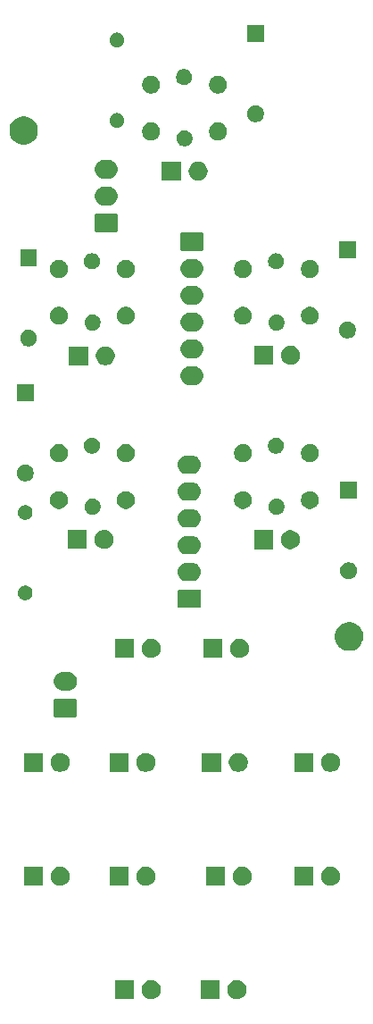
<source format=gbr>
G04 #@! TF.GenerationSoftware,KiCad,Pcbnew,(5.1.5-0-10_14)*
G04 #@! TF.CreationDate,2021-11-28T08:40:40+10:00*
G04 #@! TF.ProjectId,JETT_SELECT_Panel,4a455454-5f53-4454-9c45-43545f50616e,-*
G04 #@! TF.SameCoordinates,Original*
G04 #@! TF.FileFunction,Soldermask,Top*
G04 #@! TF.FilePolarity,Negative*
%FSLAX46Y46*%
G04 Gerber Fmt 4.6, Leading zero omitted, Abs format (unit mm)*
G04 Created by KiCad (PCBNEW (5.1.5-0-10_14)) date 2021-11-28 08:40:40*
%MOMM*%
%LPD*%
G04 APERTURE LIST*
%ADD10C,0.100000*%
G04 APERTURE END LIST*
D10*
G36*
X107736520Y-139501586D02*
G01*
X107900310Y-139569430D01*
X108047717Y-139667924D01*
X108173076Y-139793283D01*
X108271570Y-139940690D01*
X108339414Y-140104480D01*
X108374000Y-140278358D01*
X108374000Y-140455642D01*
X108339414Y-140629520D01*
X108271570Y-140793310D01*
X108173076Y-140940717D01*
X108047717Y-141066076D01*
X107900310Y-141164570D01*
X107900309Y-141164571D01*
X107900308Y-141164571D01*
X107736520Y-141232414D01*
X107562644Y-141267000D01*
X107385356Y-141267000D01*
X107211480Y-141232414D01*
X107047692Y-141164571D01*
X107047691Y-141164571D01*
X107047690Y-141164570D01*
X106900283Y-141066076D01*
X106774924Y-140940717D01*
X106676430Y-140793310D01*
X106608586Y-140629520D01*
X106574000Y-140455642D01*
X106574000Y-140278358D01*
X106608586Y-140104480D01*
X106676430Y-139940690D01*
X106774924Y-139793283D01*
X106900283Y-139667924D01*
X107047690Y-139569430D01*
X107211480Y-139501586D01*
X107385356Y-139467000D01*
X107562644Y-139467000D01*
X107736520Y-139501586D01*
G37*
G36*
X105834000Y-141267000D02*
G01*
X104034000Y-141267000D01*
X104034000Y-139467000D01*
X105834000Y-139467000D01*
X105834000Y-141267000D01*
G37*
G36*
X99608320Y-139501586D02*
G01*
X99772110Y-139569430D01*
X99919517Y-139667924D01*
X100044876Y-139793283D01*
X100143370Y-139940690D01*
X100211214Y-140104480D01*
X100245800Y-140278358D01*
X100245800Y-140455642D01*
X100211214Y-140629520D01*
X100143370Y-140793310D01*
X100044876Y-140940717D01*
X99919517Y-141066076D01*
X99772110Y-141164570D01*
X99772109Y-141164571D01*
X99772108Y-141164571D01*
X99608320Y-141232414D01*
X99434444Y-141267000D01*
X99257156Y-141267000D01*
X99083280Y-141232414D01*
X98919492Y-141164571D01*
X98919491Y-141164571D01*
X98919490Y-141164570D01*
X98772083Y-141066076D01*
X98646724Y-140940717D01*
X98548230Y-140793310D01*
X98480386Y-140629520D01*
X98445800Y-140455642D01*
X98445800Y-140278358D01*
X98480386Y-140104480D01*
X98548230Y-139940690D01*
X98646724Y-139793283D01*
X98772083Y-139667924D01*
X98919490Y-139569430D01*
X99083280Y-139501586D01*
X99257156Y-139467000D01*
X99434444Y-139467000D01*
X99608320Y-139501586D01*
G37*
G36*
X97705800Y-141267000D02*
G01*
X95905800Y-141267000D01*
X95905800Y-139467000D01*
X97705800Y-139467000D01*
X97705800Y-141267000D01*
G37*
G36*
X99100320Y-128767586D02*
G01*
X99264110Y-128835430D01*
X99411517Y-128933924D01*
X99536876Y-129059283D01*
X99635370Y-129206690D01*
X99703214Y-129370480D01*
X99737800Y-129544358D01*
X99737800Y-129721642D01*
X99703214Y-129895520D01*
X99635370Y-130059310D01*
X99536876Y-130206717D01*
X99411517Y-130332076D01*
X99264110Y-130430570D01*
X99264109Y-130430571D01*
X99264108Y-130430571D01*
X99100320Y-130498414D01*
X98926444Y-130533000D01*
X98749156Y-130533000D01*
X98575280Y-130498414D01*
X98411492Y-130430571D01*
X98411491Y-130430571D01*
X98411490Y-130430570D01*
X98264083Y-130332076D01*
X98138724Y-130206717D01*
X98040230Y-130059310D01*
X97972386Y-129895520D01*
X97937800Y-129721642D01*
X97937800Y-129544358D01*
X97972386Y-129370480D01*
X98040230Y-129206690D01*
X98138724Y-129059283D01*
X98264083Y-128933924D01*
X98411490Y-128835430D01*
X98575280Y-128767586D01*
X98749156Y-128733000D01*
X98926444Y-128733000D01*
X99100320Y-128767586D01*
G37*
G36*
X97197800Y-130533000D02*
G01*
X95397800Y-130533000D01*
X95397800Y-128733000D01*
X97197800Y-128733000D01*
X97197800Y-130533000D01*
G37*
G36*
X90972320Y-128767586D02*
G01*
X91136110Y-128835430D01*
X91283517Y-128933924D01*
X91408876Y-129059283D01*
X91507370Y-129206690D01*
X91575214Y-129370480D01*
X91609800Y-129544358D01*
X91609800Y-129721642D01*
X91575214Y-129895520D01*
X91507370Y-130059310D01*
X91408876Y-130206717D01*
X91283517Y-130332076D01*
X91136110Y-130430570D01*
X91136109Y-130430571D01*
X91136108Y-130430571D01*
X90972320Y-130498414D01*
X90798444Y-130533000D01*
X90621156Y-130533000D01*
X90447280Y-130498414D01*
X90283492Y-130430571D01*
X90283491Y-130430571D01*
X90283490Y-130430570D01*
X90136083Y-130332076D01*
X90010724Y-130206717D01*
X89912230Y-130059310D01*
X89844386Y-129895520D01*
X89809800Y-129721642D01*
X89809800Y-129544358D01*
X89844386Y-129370480D01*
X89912230Y-129206690D01*
X90010724Y-129059283D01*
X90136083Y-128933924D01*
X90283490Y-128835430D01*
X90447280Y-128767586D01*
X90621156Y-128733000D01*
X90798444Y-128733000D01*
X90972320Y-128767586D01*
G37*
G36*
X89069800Y-130533000D02*
G01*
X87269800Y-130533000D01*
X87269800Y-128733000D01*
X89069800Y-128733000D01*
X89069800Y-130533000D01*
G37*
G36*
X116626520Y-128767586D02*
G01*
X116790310Y-128835430D01*
X116937717Y-128933924D01*
X117063076Y-129059283D01*
X117161570Y-129206690D01*
X117229414Y-129370480D01*
X117264000Y-129544358D01*
X117264000Y-129721642D01*
X117229414Y-129895520D01*
X117161570Y-130059310D01*
X117063076Y-130206717D01*
X116937717Y-130332076D01*
X116790310Y-130430570D01*
X116790309Y-130430571D01*
X116790308Y-130430571D01*
X116626520Y-130498414D01*
X116452644Y-130533000D01*
X116275356Y-130533000D01*
X116101480Y-130498414D01*
X115937692Y-130430571D01*
X115937691Y-130430571D01*
X115937690Y-130430570D01*
X115790283Y-130332076D01*
X115664924Y-130206717D01*
X115566430Y-130059310D01*
X115498586Y-129895520D01*
X115464000Y-129721642D01*
X115464000Y-129544358D01*
X115498586Y-129370480D01*
X115566430Y-129206690D01*
X115664924Y-129059283D01*
X115790283Y-128933924D01*
X115937690Y-128835430D01*
X116101480Y-128767586D01*
X116275356Y-128733000D01*
X116452644Y-128733000D01*
X116626520Y-128767586D01*
G37*
G36*
X114724000Y-130533000D02*
G01*
X112924000Y-130533000D01*
X112924000Y-128733000D01*
X114724000Y-128733000D01*
X114724000Y-130533000D01*
G37*
G36*
X108244520Y-128767586D02*
G01*
X108408310Y-128835430D01*
X108555717Y-128933924D01*
X108681076Y-129059283D01*
X108779570Y-129206690D01*
X108847414Y-129370480D01*
X108882000Y-129544358D01*
X108882000Y-129721642D01*
X108847414Y-129895520D01*
X108779570Y-130059310D01*
X108681076Y-130206717D01*
X108555717Y-130332076D01*
X108408310Y-130430570D01*
X108408309Y-130430571D01*
X108408308Y-130430571D01*
X108244520Y-130498414D01*
X108070644Y-130533000D01*
X107893356Y-130533000D01*
X107719480Y-130498414D01*
X107555692Y-130430571D01*
X107555691Y-130430571D01*
X107555690Y-130430570D01*
X107408283Y-130332076D01*
X107282924Y-130206717D01*
X107184430Y-130059310D01*
X107116586Y-129895520D01*
X107082000Y-129721642D01*
X107082000Y-129544358D01*
X107116586Y-129370480D01*
X107184430Y-129206690D01*
X107282924Y-129059283D01*
X107408283Y-128933924D01*
X107555690Y-128835430D01*
X107719480Y-128767586D01*
X107893356Y-128733000D01*
X108070644Y-128733000D01*
X108244520Y-128767586D01*
G37*
G36*
X106342000Y-130533000D02*
G01*
X104542000Y-130533000D01*
X104542000Y-128733000D01*
X106342000Y-128733000D01*
X106342000Y-130533000D01*
G37*
G36*
X116626520Y-117977586D02*
G01*
X116790310Y-118045430D01*
X116937717Y-118143924D01*
X117063076Y-118269283D01*
X117161570Y-118416690D01*
X117229414Y-118580480D01*
X117264000Y-118754358D01*
X117264000Y-118931642D01*
X117229414Y-119105520D01*
X117161570Y-119269310D01*
X117063076Y-119416717D01*
X116937717Y-119542076D01*
X116790310Y-119640570D01*
X116790309Y-119640571D01*
X116790308Y-119640571D01*
X116626520Y-119708414D01*
X116452644Y-119743000D01*
X116275356Y-119743000D01*
X116101480Y-119708414D01*
X115937692Y-119640571D01*
X115937691Y-119640571D01*
X115937690Y-119640570D01*
X115790283Y-119542076D01*
X115664924Y-119416717D01*
X115566430Y-119269310D01*
X115498586Y-119105520D01*
X115464000Y-118931642D01*
X115464000Y-118754358D01*
X115498586Y-118580480D01*
X115566430Y-118416690D01*
X115664924Y-118269283D01*
X115790283Y-118143924D01*
X115937690Y-118045430D01*
X116101480Y-117977586D01*
X116275356Y-117943000D01*
X116452644Y-117943000D01*
X116626520Y-117977586D01*
G37*
G36*
X114724000Y-119743000D02*
G01*
X112924000Y-119743000D01*
X112924000Y-117943000D01*
X114724000Y-117943000D01*
X114724000Y-119743000D01*
G37*
G36*
X89069800Y-119743000D02*
G01*
X87269800Y-119743000D01*
X87269800Y-117943000D01*
X89069800Y-117943000D01*
X89069800Y-119743000D01*
G37*
G36*
X90972320Y-117977586D02*
G01*
X91136110Y-118045430D01*
X91283517Y-118143924D01*
X91408876Y-118269283D01*
X91507370Y-118416690D01*
X91575214Y-118580480D01*
X91609800Y-118754358D01*
X91609800Y-118931642D01*
X91575214Y-119105520D01*
X91507370Y-119269310D01*
X91408876Y-119416717D01*
X91283517Y-119542076D01*
X91136110Y-119640570D01*
X91136109Y-119640571D01*
X91136108Y-119640571D01*
X90972320Y-119708414D01*
X90798444Y-119743000D01*
X90621156Y-119743000D01*
X90447280Y-119708414D01*
X90283492Y-119640571D01*
X90283491Y-119640571D01*
X90283490Y-119640570D01*
X90136083Y-119542076D01*
X90010724Y-119416717D01*
X89912230Y-119269310D01*
X89844386Y-119105520D01*
X89809800Y-118931642D01*
X89809800Y-118754358D01*
X89844386Y-118580480D01*
X89912230Y-118416690D01*
X90010724Y-118269283D01*
X90136083Y-118143924D01*
X90283490Y-118045430D01*
X90447280Y-117977586D01*
X90621156Y-117943000D01*
X90798444Y-117943000D01*
X90972320Y-117977586D01*
G37*
G36*
X97197800Y-119743000D02*
G01*
X95397800Y-119743000D01*
X95397800Y-117943000D01*
X97197800Y-117943000D01*
X97197800Y-119743000D01*
G37*
G36*
X99100320Y-117977586D02*
G01*
X99264110Y-118045430D01*
X99411517Y-118143924D01*
X99536876Y-118269283D01*
X99635370Y-118416690D01*
X99703214Y-118580480D01*
X99737800Y-118754358D01*
X99737800Y-118931642D01*
X99703214Y-119105520D01*
X99635370Y-119269310D01*
X99536876Y-119416717D01*
X99411517Y-119542076D01*
X99264110Y-119640570D01*
X99264109Y-119640571D01*
X99264108Y-119640571D01*
X99100320Y-119708414D01*
X98926444Y-119743000D01*
X98749156Y-119743000D01*
X98575280Y-119708414D01*
X98411492Y-119640571D01*
X98411491Y-119640571D01*
X98411490Y-119640570D01*
X98264083Y-119542076D01*
X98138724Y-119416717D01*
X98040230Y-119269310D01*
X97972386Y-119105520D01*
X97937800Y-118931642D01*
X97937800Y-118754358D01*
X97972386Y-118580480D01*
X98040230Y-118416690D01*
X98138724Y-118269283D01*
X98264083Y-118143924D01*
X98411490Y-118045430D01*
X98575280Y-117977586D01*
X98749156Y-117943000D01*
X98926444Y-117943000D01*
X99100320Y-117977586D01*
G37*
G36*
X105986000Y-119743000D02*
G01*
X104186000Y-119743000D01*
X104186000Y-117943000D01*
X105986000Y-117943000D01*
X105986000Y-119743000D01*
G37*
G36*
X107888520Y-117977586D02*
G01*
X108052310Y-118045430D01*
X108199717Y-118143924D01*
X108325076Y-118269283D01*
X108423570Y-118416690D01*
X108491414Y-118580480D01*
X108526000Y-118754358D01*
X108526000Y-118931642D01*
X108491414Y-119105520D01*
X108423570Y-119269310D01*
X108325076Y-119416717D01*
X108199717Y-119542076D01*
X108052310Y-119640570D01*
X108052309Y-119640571D01*
X108052308Y-119640571D01*
X107888520Y-119708414D01*
X107714644Y-119743000D01*
X107537356Y-119743000D01*
X107363480Y-119708414D01*
X107199692Y-119640571D01*
X107199691Y-119640571D01*
X107199690Y-119640570D01*
X107052283Y-119542076D01*
X106926924Y-119416717D01*
X106828430Y-119269310D01*
X106760586Y-119105520D01*
X106726000Y-118931642D01*
X106726000Y-118754358D01*
X106760586Y-118580480D01*
X106828430Y-118416690D01*
X106926924Y-118269283D01*
X107052283Y-118143924D01*
X107199690Y-118045430D01*
X107363480Y-117977586D01*
X107537356Y-117943000D01*
X107714644Y-117943000D01*
X107888520Y-117977586D01*
G37*
G36*
X92188155Y-112830685D02*
G01*
X92218234Y-112839809D01*
X92245946Y-112854622D01*
X92270241Y-112874559D01*
X92290178Y-112898854D01*
X92304991Y-112926566D01*
X92314115Y-112956645D01*
X92317800Y-112994059D01*
X92317800Y-114399941D01*
X92314115Y-114437355D01*
X92304991Y-114467434D01*
X92290178Y-114495146D01*
X92270241Y-114519441D01*
X92245946Y-114539378D01*
X92218234Y-114554191D01*
X92188155Y-114563315D01*
X92150741Y-114567000D01*
X90284859Y-114567000D01*
X90247445Y-114563315D01*
X90217366Y-114554191D01*
X90189654Y-114539378D01*
X90165359Y-114519441D01*
X90145422Y-114495146D01*
X90130609Y-114467434D01*
X90121485Y-114437355D01*
X90117800Y-114399941D01*
X90117800Y-112994059D01*
X90121485Y-112956645D01*
X90130609Y-112926566D01*
X90145422Y-112898854D01*
X90165359Y-112874559D01*
X90189654Y-112854622D01*
X90217366Y-112839809D01*
X90247445Y-112830685D01*
X90284859Y-112827000D01*
X92150741Y-112827000D01*
X92188155Y-112830685D01*
G37*
G36*
X91618348Y-110299588D02*
G01*
X91782348Y-110349337D01*
X91933483Y-110430121D01*
X92065960Y-110538840D01*
X92174679Y-110671317D01*
X92255463Y-110822452D01*
X92305212Y-110986452D01*
X92322009Y-111157000D01*
X92305212Y-111327548D01*
X92255463Y-111491548D01*
X92174679Y-111642683D01*
X92065960Y-111775160D01*
X91933483Y-111883879D01*
X91782348Y-111964663D01*
X91618348Y-112014412D01*
X91490538Y-112027000D01*
X90945062Y-112027000D01*
X90817252Y-112014412D01*
X90653252Y-111964663D01*
X90502117Y-111883879D01*
X90369640Y-111775160D01*
X90260921Y-111642683D01*
X90180137Y-111491548D01*
X90130388Y-111327548D01*
X90113591Y-111157000D01*
X90130388Y-110986452D01*
X90180137Y-110822452D01*
X90260921Y-110671317D01*
X90369640Y-110538840D01*
X90502117Y-110430121D01*
X90653252Y-110349337D01*
X90817252Y-110299588D01*
X90945062Y-110287000D01*
X91490538Y-110287000D01*
X91618348Y-110299588D01*
G37*
G36*
X106088000Y-108943000D02*
G01*
X104288000Y-108943000D01*
X104288000Y-107143000D01*
X106088000Y-107143000D01*
X106088000Y-108943000D01*
G37*
G36*
X99608320Y-107177586D02*
G01*
X99772110Y-107245430D01*
X99919517Y-107343924D01*
X100044876Y-107469283D01*
X100143370Y-107616690D01*
X100211214Y-107780480D01*
X100245800Y-107954358D01*
X100245800Y-108131642D01*
X100211214Y-108305520D01*
X100143370Y-108469310D01*
X100044876Y-108616717D01*
X99919517Y-108742076D01*
X99772110Y-108840570D01*
X99772109Y-108840571D01*
X99772108Y-108840571D01*
X99608320Y-108908414D01*
X99434444Y-108943000D01*
X99257156Y-108943000D01*
X99083280Y-108908414D01*
X98919492Y-108840571D01*
X98919491Y-108840571D01*
X98919490Y-108840570D01*
X98772083Y-108742076D01*
X98646724Y-108616717D01*
X98548230Y-108469310D01*
X98480386Y-108305520D01*
X98445800Y-108131642D01*
X98445800Y-107954358D01*
X98480386Y-107780480D01*
X98548230Y-107616690D01*
X98646724Y-107469283D01*
X98772083Y-107343924D01*
X98919490Y-107245430D01*
X99083280Y-107177586D01*
X99257156Y-107143000D01*
X99434444Y-107143000D01*
X99608320Y-107177586D01*
G37*
G36*
X107990520Y-107177586D02*
G01*
X108154310Y-107245430D01*
X108301717Y-107343924D01*
X108427076Y-107469283D01*
X108525570Y-107616690D01*
X108593414Y-107780480D01*
X108628000Y-107954358D01*
X108628000Y-108131642D01*
X108593414Y-108305520D01*
X108525570Y-108469310D01*
X108427076Y-108616717D01*
X108301717Y-108742076D01*
X108154310Y-108840570D01*
X108154309Y-108840571D01*
X108154308Y-108840571D01*
X107990520Y-108908414D01*
X107816644Y-108943000D01*
X107639356Y-108943000D01*
X107465480Y-108908414D01*
X107301692Y-108840571D01*
X107301691Y-108840571D01*
X107301690Y-108840570D01*
X107154283Y-108742076D01*
X107028924Y-108616717D01*
X106930430Y-108469310D01*
X106862586Y-108305520D01*
X106828000Y-108131642D01*
X106828000Y-107954358D01*
X106862586Y-107780480D01*
X106930430Y-107616690D01*
X107028924Y-107469283D01*
X107154283Y-107343924D01*
X107301690Y-107245430D01*
X107465480Y-107177586D01*
X107639356Y-107143000D01*
X107816644Y-107143000D01*
X107990520Y-107177586D01*
G37*
G36*
X97705800Y-108943000D02*
G01*
X95905800Y-108943000D01*
X95905800Y-107143000D01*
X97705800Y-107143000D01*
X97705800Y-108943000D01*
G37*
G36*
X118535779Y-105616879D02*
G01*
X118781463Y-105718645D01*
X118781465Y-105718646D01*
X118892769Y-105793017D01*
X119002574Y-105866386D01*
X119190614Y-106054426D01*
X119338355Y-106275537D01*
X119440121Y-106521221D01*
X119492000Y-106782035D01*
X119492000Y-107047965D01*
X119440121Y-107308779D01*
X119425563Y-107343924D01*
X119338354Y-107554465D01*
X119190613Y-107775575D01*
X119002575Y-107963613D01*
X118781465Y-108111354D01*
X118781464Y-108111355D01*
X118781463Y-108111355D01*
X118535779Y-108213121D01*
X118274965Y-108265000D01*
X118009035Y-108265000D01*
X117748221Y-108213121D01*
X117502537Y-108111355D01*
X117502536Y-108111355D01*
X117502535Y-108111354D01*
X117281425Y-107963613D01*
X117093387Y-107775575D01*
X116945646Y-107554465D01*
X116858437Y-107343924D01*
X116843879Y-107308779D01*
X116792000Y-107047965D01*
X116792000Y-106782035D01*
X116843879Y-106521221D01*
X116945645Y-106275537D01*
X117093386Y-106054426D01*
X117281426Y-105866386D01*
X117391231Y-105793017D01*
X117502535Y-105718646D01*
X117502537Y-105718645D01*
X117748221Y-105616879D01*
X118009035Y-105565000D01*
X118274965Y-105565000D01*
X118535779Y-105616879D01*
G37*
G36*
X103940355Y-102466685D02*
G01*
X103970434Y-102475809D01*
X103998146Y-102490622D01*
X104022441Y-102510559D01*
X104042378Y-102534854D01*
X104057191Y-102562566D01*
X104066315Y-102592645D01*
X104070000Y-102630059D01*
X104070000Y-104035941D01*
X104066315Y-104073355D01*
X104057191Y-104103434D01*
X104042378Y-104131146D01*
X104022441Y-104155441D01*
X103998146Y-104175378D01*
X103970434Y-104190191D01*
X103940355Y-104199315D01*
X103902941Y-104203000D01*
X102037059Y-104203000D01*
X101999645Y-104199315D01*
X101969566Y-104190191D01*
X101941854Y-104175378D01*
X101917559Y-104155441D01*
X101897622Y-104131146D01*
X101882809Y-104103434D01*
X101873685Y-104073355D01*
X101870000Y-104035941D01*
X101870000Y-102630059D01*
X101873685Y-102592645D01*
X101882809Y-102562566D01*
X101897622Y-102534854D01*
X101917559Y-102510559D01*
X101941854Y-102490622D01*
X101969566Y-102475809D01*
X101999645Y-102466685D01*
X102037059Y-102463000D01*
X103902941Y-102463000D01*
X103940355Y-102466685D01*
G37*
G36*
X87603982Y-102099700D02*
G01*
X87731373Y-102152467D01*
X87731374Y-102152468D01*
X87846024Y-102229074D01*
X87943526Y-102326576D01*
X87943527Y-102326578D01*
X88020133Y-102441227D01*
X88072900Y-102568618D01*
X88099800Y-102703855D01*
X88099800Y-102841745D01*
X88072900Y-102976982D01*
X88020133Y-103104373D01*
X88020132Y-103104374D01*
X87943526Y-103219024D01*
X87846024Y-103316526D01*
X87788310Y-103355089D01*
X87731373Y-103393133D01*
X87603982Y-103445900D01*
X87468745Y-103472800D01*
X87330855Y-103472800D01*
X87195618Y-103445900D01*
X87068227Y-103393133D01*
X87011290Y-103355089D01*
X86953576Y-103316526D01*
X86856074Y-103219024D01*
X86779468Y-103104374D01*
X86779467Y-103104373D01*
X86726700Y-102976982D01*
X86699800Y-102841745D01*
X86699800Y-102703855D01*
X86726700Y-102568618D01*
X86779467Y-102441227D01*
X86856073Y-102326578D01*
X86856074Y-102326576D01*
X86953576Y-102229074D01*
X87068226Y-102152468D01*
X87068227Y-102152467D01*
X87195618Y-102099700D01*
X87330855Y-102072800D01*
X87468745Y-102072800D01*
X87603982Y-102099700D01*
G37*
G36*
X103370548Y-99935588D02*
G01*
X103534548Y-99985337D01*
X103685683Y-100066121D01*
X103818160Y-100174840D01*
X103926879Y-100307317D01*
X104007663Y-100458452D01*
X104057412Y-100622452D01*
X104074209Y-100793000D01*
X104057412Y-100963548D01*
X104007663Y-101127548D01*
X103926879Y-101278683D01*
X103818160Y-101411160D01*
X103685683Y-101519879D01*
X103534548Y-101600663D01*
X103370548Y-101650412D01*
X103242738Y-101663000D01*
X102697262Y-101663000D01*
X102569452Y-101650412D01*
X102405452Y-101600663D01*
X102254317Y-101519879D01*
X102121840Y-101411160D01*
X102013121Y-101278683D01*
X101932337Y-101127548D01*
X101882588Y-100963548D01*
X101865791Y-100793000D01*
X101882588Y-100622452D01*
X101932337Y-100458452D01*
X102013121Y-100307317D01*
X102121840Y-100174840D01*
X102254317Y-100066121D01*
X102405452Y-99985337D01*
X102569452Y-99935588D01*
X102697262Y-99923000D01*
X103242738Y-99923000D01*
X103370548Y-99935588D01*
G37*
G36*
X118313351Y-99903543D02*
G01*
X118458941Y-99963848D01*
X118589970Y-100051399D01*
X118701401Y-100162830D01*
X118788952Y-100293859D01*
X118849257Y-100439449D01*
X118880000Y-100594006D01*
X118880000Y-100751594D01*
X118849257Y-100906151D01*
X118788952Y-101051741D01*
X118701401Y-101182770D01*
X118589970Y-101294201D01*
X118458941Y-101381752D01*
X118313351Y-101442057D01*
X118158794Y-101472800D01*
X118001206Y-101472800D01*
X117846649Y-101442057D01*
X117701059Y-101381752D01*
X117570030Y-101294201D01*
X117458599Y-101182770D01*
X117371048Y-101051741D01*
X117310743Y-100906151D01*
X117280000Y-100751594D01*
X117280000Y-100594006D01*
X117310743Y-100439449D01*
X117371048Y-100293859D01*
X117458599Y-100162830D01*
X117570030Y-100051399D01*
X117701059Y-99963848D01*
X117846649Y-99903543D01*
X118001206Y-99872800D01*
X118158794Y-99872800D01*
X118313351Y-99903543D01*
G37*
G36*
X103370548Y-97395588D02*
G01*
X103534548Y-97445337D01*
X103685683Y-97526121D01*
X103818160Y-97634840D01*
X103926879Y-97767317D01*
X104007663Y-97918452D01*
X104057412Y-98082452D01*
X104074209Y-98253000D01*
X104057412Y-98423548D01*
X104057411Y-98423550D01*
X104010495Y-98578214D01*
X104007663Y-98587548D01*
X103926879Y-98738683D01*
X103818160Y-98871160D01*
X103685683Y-98979879D01*
X103534548Y-99060663D01*
X103370548Y-99110412D01*
X103242738Y-99123000D01*
X102697262Y-99123000D01*
X102569452Y-99110412D01*
X102405452Y-99060663D01*
X102254317Y-98979879D01*
X102121840Y-98871160D01*
X102013121Y-98738683D01*
X101932337Y-98587548D01*
X101929506Y-98578214D01*
X101882589Y-98423550D01*
X101882588Y-98423548D01*
X101865791Y-98253000D01*
X101882588Y-98082452D01*
X101932337Y-97918452D01*
X102013121Y-97767317D01*
X102121840Y-97634840D01*
X102254317Y-97526121D01*
X102405452Y-97445337D01*
X102569452Y-97395588D01*
X102697262Y-97383000D01*
X103242738Y-97383000D01*
X103370548Y-97395588D01*
G37*
G36*
X110920000Y-98642800D02*
G01*
X109120000Y-98642800D01*
X109120000Y-96842800D01*
X110920000Y-96842800D01*
X110920000Y-98642800D01*
G37*
G36*
X112822520Y-96877386D02*
G01*
X112986310Y-96945230D01*
X113133717Y-97043724D01*
X113259076Y-97169083D01*
X113337526Y-97286492D01*
X113357571Y-97316492D01*
X113425414Y-97480280D01*
X113460000Y-97654156D01*
X113460000Y-97831444D01*
X113425414Y-98005320D01*
X113369997Y-98139110D01*
X113357570Y-98169110D01*
X113259076Y-98316517D01*
X113133717Y-98441876D01*
X112986310Y-98540370D01*
X112986309Y-98540371D01*
X112986308Y-98540371D01*
X112822520Y-98608214D01*
X112648644Y-98642800D01*
X112471356Y-98642800D01*
X112297480Y-98608214D01*
X112133692Y-98540371D01*
X112133691Y-98540371D01*
X112133690Y-98540370D01*
X111986283Y-98441876D01*
X111860924Y-98316517D01*
X111762430Y-98169110D01*
X111750004Y-98139110D01*
X111694586Y-98005320D01*
X111660000Y-97831444D01*
X111660000Y-97654156D01*
X111694586Y-97480280D01*
X111762429Y-97316492D01*
X111782474Y-97286492D01*
X111860924Y-97169083D01*
X111986283Y-97043724D01*
X112133690Y-96945230D01*
X112297480Y-96877386D01*
X112471356Y-96842800D01*
X112648644Y-96842800D01*
X112822520Y-96877386D01*
G37*
G36*
X93249800Y-98612800D02*
G01*
X91449800Y-98612800D01*
X91449800Y-96812800D01*
X93249800Y-96812800D01*
X93249800Y-98612800D01*
G37*
G36*
X95152320Y-96847386D02*
G01*
X95224747Y-96877386D01*
X95316110Y-96915230D01*
X95463517Y-97013724D01*
X95588876Y-97139083D01*
X95687370Y-97286490D01*
X95687371Y-97286492D01*
X95755214Y-97450280D01*
X95789800Y-97624156D01*
X95789800Y-97801444D01*
X95755214Y-97975320D01*
X95710839Y-98082452D01*
X95687370Y-98139110D01*
X95588876Y-98286517D01*
X95463517Y-98411876D01*
X95316110Y-98510370D01*
X95316109Y-98510371D01*
X95316108Y-98510371D01*
X95152320Y-98578214D01*
X94978444Y-98612800D01*
X94801156Y-98612800D01*
X94627280Y-98578214D01*
X94463492Y-98510371D01*
X94463491Y-98510371D01*
X94463490Y-98510370D01*
X94316083Y-98411876D01*
X94190724Y-98286517D01*
X94092230Y-98139110D01*
X94068762Y-98082452D01*
X94024386Y-97975320D01*
X93989800Y-97801444D01*
X93989800Y-97624156D01*
X94024386Y-97450280D01*
X94092229Y-97286492D01*
X94092230Y-97286490D01*
X94190724Y-97139083D01*
X94316083Y-97013724D01*
X94463490Y-96915230D01*
X94554854Y-96877386D01*
X94627280Y-96847386D01*
X94801156Y-96812800D01*
X94978444Y-96812800D01*
X95152320Y-96847386D01*
G37*
G36*
X103370548Y-94855588D02*
G01*
X103534548Y-94905337D01*
X103685683Y-94986121D01*
X103818160Y-95094840D01*
X103926879Y-95227317D01*
X104007663Y-95378452D01*
X104057412Y-95542452D01*
X104074209Y-95713000D01*
X104057412Y-95883548D01*
X104007663Y-96047548D01*
X103926879Y-96198683D01*
X103818160Y-96331160D01*
X103685683Y-96439879D01*
X103534548Y-96520663D01*
X103370548Y-96570412D01*
X103242738Y-96583000D01*
X102697262Y-96583000D01*
X102569452Y-96570412D01*
X102405452Y-96520663D01*
X102254317Y-96439879D01*
X102121840Y-96331160D01*
X102013121Y-96198683D01*
X101932337Y-96047548D01*
X101882588Y-95883548D01*
X101865791Y-95713000D01*
X101882588Y-95542452D01*
X101932337Y-95378452D01*
X102013121Y-95227317D01*
X102121840Y-95094840D01*
X102254317Y-94986121D01*
X102405452Y-94905337D01*
X102569452Y-94855588D01*
X102697262Y-94843000D01*
X103242738Y-94843000D01*
X103370548Y-94855588D01*
G37*
G36*
X87603982Y-94479700D02*
G01*
X87731373Y-94532467D01*
X87731374Y-94532468D01*
X87846024Y-94609074D01*
X87943526Y-94706576D01*
X87943527Y-94706578D01*
X88020133Y-94821227D01*
X88072900Y-94948618D01*
X88099800Y-95083855D01*
X88099800Y-95221745D01*
X88072900Y-95356982D01*
X88020133Y-95484373D01*
X88020132Y-95484374D01*
X87943526Y-95599024D01*
X87846024Y-95696526D01*
X87788310Y-95735089D01*
X87731373Y-95773133D01*
X87603982Y-95825900D01*
X87468745Y-95852800D01*
X87330855Y-95852800D01*
X87195618Y-95825900D01*
X87068227Y-95773133D01*
X87011290Y-95735089D01*
X86953576Y-95696526D01*
X86856074Y-95599024D01*
X86779468Y-95484374D01*
X86779467Y-95484373D01*
X86726700Y-95356982D01*
X86699800Y-95221745D01*
X86699800Y-95083855D01*
X86726700Y-94948618D01*
X86779467Y-94821227D01*
X86856073Y-94706578D01*
X86856074Y-94706576D01*
X86953576Y-94609074D01*
X87068226Y-94532468D01*
X87068227Y-94532467D01*
X87195618Y-94479700D01*
X87330855Y-94452800D01*
X87468745Y-94452800D01*
X87603982Y-94479700D01*
G37*
G36*
X93952995Y-93871322D02*
G01*
X94002067Y-93881083D01*
X94140742Y-93938524D01*
X94265547Y-94021916D01*
X94371684Y-94128053D01*
X94455076Y-94252858D01*
X94512517Y-94391533D01*
X94512517Y-94391534D01*
X94540551Y-94532468D01*
X94541800Y-94538750D01*
X94541800Y-94688850D01*
X94512517Y-94836067D01*
X94455076Y-94974742D01*
X94371684Y-95099547D01*
X94265547Y-95205684D01*
X94140742Y-95289076D01*
X94002067Y-95346517D01*
X93952995Y-95356278D01*
X93854852Y-95375800D01*
X93704748Y-95375800D01*
X93606605Y-95356278D01*
X93557533Y-95346517D01*
X93418858Y-95289076D01*
X93294053Y-95205684D01*
X93187916Y-95099547D01*
X93104524Y-94974742D01*
X93047083Y-94836067D01*
X93017800Y-94688850D01*
X93017800Y-94538750D01*
X93019050Y-94532468D01*
X93047083Y-94391534D01*
X93047083Y-94391533D01*
X93104524Y-94252858D01*
X93187916Y-94128053D01*
X93294053Y-94021916D01*
X93418858Y-93938524D01*
X93557533Y-93881083D01*
X93606605Y-93871322D01*
X93704748Y-93851800D01*
X93854852Y-93851800D01*
X93952995Y-93871322D01*
G37*
G36*
X111413195Y-93871322D02*
G01*
X111462267Y-93881083D01*
X111600942Y-93938524D01*
X111725747Y-94021916D01*
X111831884Y-94128053D01*
X111915276Y-94252858D01*
X111972717Y-94391533D01*
X111972717Y-94391534D01*
X112000751Y-94532468D01*
X112002000Y-94538750D01*
X112002000Y-94688850D01*
X111972717Y-94836067D01*
X111915276Y-94974742D01*
X111831884Y-95099547D01*
X111725747Y-95205684D01*
X111600942Y-95289076D01*
X111462267Y-95346517D01*
X111413195Y-95356278D01*
X111315052Y-95375800D01*
X111164948Y-95375800D01*
X111066805Y-95356278D01*
X111017733Y-95346517D01*
X110879058Y-95289076D01*
X110754253Y-95205684D01*
X110648116Y-95099547D01*
X110564724Y-94974742D01*
X110507283Y-94836067D01*
X110478000Y-94688850D01*
X110478000Y-94538750D01*
X110479250Y-94532468D01*
X110507283Y-94391534D01*
X110507283Y-94391533D01*
X110564724Y-94252858D01*
X110648116Y-94128053D01*
X110754253Y-94021916D01*
X110879058Y-93938524D01*
X111017733Y-93881083D01*
X111066805Y-93871322D01*
X111164948Y-93851800D01*
X111315052Y-93851800D01*
X111413195Y-93871322D01*
G37*
G36*
X90852735Y-93161464D02*
G01*
X91007424Y-93225539D01*
X91007426Y-93225540D01*
X91146644Y-93318562D01*
X91265038Y-93436956D01*
X91358060Y-93576174D01*
X91358061Y-93576176D01*
X91422136Y-93730865D01*
X91454800Y-93895081D01*
X91454800Y-94062519D01*
X91422136Y-94226735D01*
X91358061Y-94381424D01*
X91358060Y-94381426D01*
X91265038Y-94520644D01*
X91146644Y-94639038D01*
X91007426Y-94732060D01*
X91007425Y-94732061D01*
X91007424Y-94732061D01*
X90852735Y-94796136D01*
X90688519Y-94828800D01*
X90521081Y-94828800D01*
X90356865Y-94796136D01*
X90202176Y-94732061D01*
X90202175Y-94732061D01*
X90202174Y-94732060D01*
X90062956Y-94639038D01*
X89944562Y-94520644D01*
X89851540Y-94381426D01*
X89851539Y-94381424D01*
X89787464Y-94226735D01*
X89754800Y-94062519D01*
X89754800Y-93895081D01*
X89787464Y-93730865D01*
X89851539Y-93576176D01*
X89851540Y-93576174D01*
X89944562Y-93436956D01*
X90062956Y-93318562D01*
X90202174Y-93225540D01*
X90202176Y-93225539D01*
X90356865Y-93161464D01*
X90521081Y-93128800D01*
X90688519Y-93128800D01*
X90852735Y-93161464D01*
G37*
G36*
X97202735Y-93161464D02*
G01*
X97357424Y-93225539D01*
X97357426Y-93225540D01*
X97496644Y-93318562D01*
X97615038Y-93436956D01*
X97708060Y-93576174D01*
X97708061Y-93576176D01*
X97772136Y-93730865D01*
X97804800Y-93895081D01*
X97804800Y-94062519D01*
X97772136Y-94226735D01*
X97708061Y-94381424D01*
X97708060Y-94381426D01*
X97615038Y-94520644D01*
X97496644Y-94639038D01*
X97357426Y-94732060D01*
X97357425Y-94732061D01*
X97357424Y-94732061D01*
X97202735Y-94796136D01*
X97038519Y-94828800D01*
X96871081Y-94828800D01*
X96706865Y-94796136D01*
X96552176Y-94732061D01*
X96552175Y-94732061D01*
X96552174Y-94732060D01*
X96412956Y-94639038D01*
X96294562Y-94520644D01*
X96201540Y-94381426D01*
X96201539Y-94381424D01*
X96137464Y-94226735D01*
X96104800Y-94062519D01*
X96104800Y-93895081D01*
X96137464Y-93730865D01*
X96201539Y-93576176D01*
X96201540Y-93576174D01*
X96294562Y-93436956D01*
X96412956Y-93318562D01*
X96552174Y-93225540D01*
X96552176Y-93225539D01*
X96706865Y-93161464D01*
X96871081Y-93128800D01*
X97038519Y-93128800D01*
X97202735Y-93161464D01*
G37*
G36*
X108312935Y-93161464D02*
G01*
X108467624Y-93225539D01*
X108467626Y-93225540D01*
X108606844Y-93318562D01*
X108725238Y-93436956D01*
X108818260Y-93576174D01*
X108818261Y-93576176D01*
X108882336Y-93730865D01*
X108915000Y-93895081D01*
X108915000Y-94062519D01*
X108882336Y-94226735D01*
X108818261Y-94381424D01*
X108818260Y-94381426D01*
X108725238Y-94520644D01*
X108606844Y-94639038D01*
X108467626Y-94732060D01*
X108467625Y-94732061D01*
X108467624Y-94732061D01*
X108312935Y-94796136D01*
X108148719Y-94828800D01*
X107981281Y-94828800D01*
X107817065Y-94796136D01*
X107662376Y-94732061D01*
X107662375Y-94732061D01*
X107662374Y-94732060D01*
X107523156Y-94639038D01*
X107404762Y-94520644D01*
X107311740Y-94381426D01*
X107311739Y-94381424D01*
X107247664Y-94226735D01*
X107215000Y-94062519D01*
X107215000Y-93895081D01*
X107247664Y-93730865D01*
X107311739Y-93576176D01*
X107311740Y-93576174D01*
X107404762Y-93436956D01*
X107523156Y-93318562D01*
X107662374Y-93225540D01*
X107662376Y-93225539D01*
X107817065Y-93161464D01*
X107981281Y-93128800D01*
X108148719Y-93128800D01*
X108312935Y-93161464D01*
G37*
G36*
X114662935Y-93161464D02*
G01*
X114817624Y-93225539D01*
X114817626Y-93225540D01*
X114956844Y-93318562D01*
X115075238Y-93436956D01*
X115168260Y-93576174D01*
X115168261Y-93576176D01*
X115232336Y-93730865D01*
X115265000Y-93895081D01*
X115265000Y-94062519D01*
X115232336Y-94226735D01*
X115168261Y-94381424D01*
X115168260Y-94381426D01*
X115075238Y-94520644D01*
X114956844Y-94639038D01*
X114817626Y-94732060D01*
X114817625Y-94732061D01*
X114817624Y-94732061D01*
X114662935Y-94796136D01*
X114498719Y-94828800D01*
X114331281Y-94828800D01*
X114167065Y-94796136D01*
X114012376Y-94732061D01*
X114012375Y-94732061D01*
X114012374Y-94732060D01*
X113873156Y-94639038D01*
X113754762Y-94520644D01*
X113661740Y-94381426D01*
X113661739Y-94381424D01*
X113597664Y-94226735D01*
X113565000Y-94062519D01*
X113565000Y-93895081D01*
X113597664Y-93730865D01*
X113661739Y-93576176D01*
X113661740Y-93576174D01*
X113754762Y-93436956D01*
X113873156Y-93318562D01*
X114012374Y-93225540D01*
X114012376Y-93225539D01*
X114167065Y-93161464D01*
X114331281Y-93128800D01*
X114498719Y-93128800D01*
X114662935Y-93161464D01*
G37*
G36*
X103370548Y-92315588D02*
G01*
X103534548Y-92365337D01*
X103685683Y-92446121D01*
X103818160Y-92554840D01*
X103926879Y-92687317D01*
X104007663Y-92838452D01*
X104057412Y-93002452D01*
X104074209Y-93173000D01*
X104057412Y-93343548D01*
X104007663Y-93507548D01*
X103926879Y-93658683D01*
X103818160Y-93791160D01*
X103685683Y-93899879D01*
X103534548Y-93980663D01*
X103370548Y-94030412D01*
X103242738Y-94043000D01*
X102697262Y-94043000D01*
X102569452Y-94030412D01*
X102405452Y-93980663D01*
X102254317Y-93899879D01*
X102121840Y-93791160D01*
X102013121Y-93658683D01*
X101932337Y-93507548D01*
X101882588Y-93343548D01*
X101865791Y-93173000D01*
X101882588Y-93002452D01*
X101932337Y-92838452D01*
X102013121Y-92687317D01*
X102121840Y-92554840D01*
X102254317Y-92446121D01*
X102405452Y-92365337D01*
X102569452Y-92315588D01*
X102697262Y-92303000D01*
X103242738Y-92303000D01*
X103370548Y-92315588D01*
G37*
G36*
X118880000Y-93852800D02*
G01*
X117280000Y-93852800D01*
X117280000Y-92252800D01*
X118880000Y-92252800D01*
X118880000Y-93852800D01*
G37*
G36*
X87633151Y-90653543D02*
G01*
X87778741Y-90713848D01*
X87909770Y-90801399D01*
X88021201Y-90912830D01*
X88108752Y-91043859D01*
X88169057Y-91189449D01*
X88199800Y-91344006D01*
X88199800Y-91501594D01*
X88169057Y-91656151D01*
X88108752Y-91801741D01*
X88021201Y-91932770D01*
X87909770Y-92044201D01*
X87778741Y-92131752D01*
X87633151Y-92192057D01*
X87478594Y-92222800D01*
X87321006Y-92222800D01*
X87166449Y-92192057D01*
X87020859Y-92131752D01*
X86889830Y-92044201D01*
X86778399Y-91932770D01*
X86690848Y-91801741D01*
X86630543Y-91656151D01*
X86599800Y-91501594D01*
X86599800Y-91344006D01*
X86630543Y-91189449D01*
X86690848Y-91043859D01*
X86778399Y-90912830D01*
X86889830Y-90801399D01*
X87020859Y-90713848D01*
X87166449Y-90653543D01*
X87321006Y-90622800D01*
X87478594Y-90622800D01*
X87633151Y-90653543D01*
G37*
G36*
X103370548Y-89775588D02*
G01*
X103534548Y-89825337D01*
X103685683Y-89906121D01*
X103818160Y-90014840D01*
X103926879Y-90147317D01*
X104007663Y-90298452D01*
X104057412Y-90462452D01*
X104074209Y-90633000D01*
X104057412Y-90803548D01*
X104007663Y-90967548D01*
X103926879Y-91118683D01*
X103818160Y-91251160D01*
X103685683Y-91359879D01*
X103534548Y-91440663D01*
X103370548Y-91490412D01*
X103242738Y-91503000D01*
X102697262Y-91503000D01*
X102569452Y-91490412D01*
X102405452Y-91440663D01*
X102254317Y-91359879D01*
X102121840Y-91251160D01*
X102013121Y-91118683D01*
X101932337Y-90967548D01*
X101882588Y-90803548D01*
X101865791Y-90633000D01*
X101882588Y-90462452D01*
X101932337Y-90298452D01*
X102013121Y-90147317D01*
X102121840Y-90014840D01*
X102254317Y-89906121D01*
X102405452Y-89825337D01*
X102569452Y-89775588D01*
X102697262Y-89763000D01*
X103242738Y-89763000D01*
X103370548Y-89775588D01*
G37*
G36*
X97202735Y-88716464D02*
G01*
X97357424Y-88780539D01*
X97357426Y-88780540D01*
X97496644Y-88873562D01*
X97615038Y-88991956D01*
X97650525Y-89045067D01*
X97708061Y-89131176D01*
X97772136Y-89285865D01*
X97804800Y-89450081D01*
X97804800Y-89617519D01*
X97772136Y-89781735D01*
X97708061Y-89936424D01*
X97708060Y-89936426D01*
X97615038Y-90075644D01*
X97496644Y-90194038D01*
X97357426Y-90287060D01*
X97357425Y-90287061D01*
X97357424Y-90287061D01*
X97202735Y-90351136D01*
X97038519Y-90383800D01*
X96871081Y-90383800D01*
X96706865Y-90351136D01*
X96552176Y-90287061D01*
X96552175Y-90287061D01*
X96552174Y-90287060D01*
X96412956Y-90194038D01*
X96294562Y-90075644D01*
X96201540Y-89936426D01*
X96201539Y-89936424D01*
X96137464Y-89781735D01*
X96104800Y-89617519D01*
X96104800Y-89450081D01*
X96137464Y-89285865D01*
X96201539Y-89131176D01*
X96259075Y-89045067D01*
X96294562Y-88991956D01*
X96412956Y-88873562D01*
X96552174Y-88780540D01*
X96552176Y-88780539D01*
X96706865Y-88716464D01*
X96871081Y-88683800D01*
X97038519Y-88683800D01*
X97202735Y-88716464D01*
G37*
G36*
X90852735Y-88716464D02*
G01*
X91007424Y-88780539D01*
X91007426Y-88780540D01*
X91146644Y-88873562D01*
X91265038Y-88991956D01*
X91300525Y-89045067D01*
X91358061Y-89131176D01*
X91422136Y-89285865D01*
X91454800Y-89450081D01*
X91454800Y-89617519D01*
X91422136Y-89781735D01*
X91358061Y-89936424D01*
X91358060Y-89936426D01*
X91265038Y-90075644D01*
X91146644Y-90194038D01*
X91007426Y-90287060D01*
X91007425Y-90287061D01*
X91007424Y-90287061D01*
X90852735Y-90351136D01*
X90688519Y-90383800D01*
X90521081Y-90383800D01*
X90356865Y-90351136D01*
X90202176Y-90287061D01*
X90202175Y-90287061D01*
X90202174Y-90287060D01*
X90062956Y-90194038D01*
X89944562Y-90075644D01*
X89851540Y-89936426D01*
X89851539Y-89936424D01*
X89787464Y-89781735D01*
X89754800Y-89617519D01*
X89754800Y-89450081D01*
X89787464Y-89285865D01*
X89851539Y-89131176D01*
X89909075Y-89045067D01*
X89944562Y-88991956D01*
X90062956Y-88873562D01*
X90202174Y-88780540D01*
X90202176Y-88780539D01*
X90356865Y-88716464D01*
X90521081Y-88683800D01*
X90688519Y-88683800D01*
X90852735Y-88716464D01*
G37*
G36*
X114662935Y-88716464D02*
G01*
X114817624Y-88780539D01*
X114817626Y-88780540D01*
X114956844Y-88873562D01*
X115075238Y-88991956D01*
X115110725Y-89045067D01*
X115168261Y-89131176D01*
X115232336Y-89285865D01*
X115265000Y-89450081D01*
X115265000Y-89617519D01*
X115232336Y-89781735D01*
X115168261Y-89936424D01*
X115168260Y-89936426D01*
X115075238Y-90075644D01*
X114956844Y-90194038D01*
X114817626Y-90287060D01*
X114817625Y-90287061D01*
X114817624Y-90287061D01*
X114662935Y-90351136D01*
X114498719Y-90383800D01*
X114331281Y-90383800D01*
X114167065Y-90351136D01*
X114012376Y-90287061D01*
X114012375Y-90287061D01*
X114012374Y-90287060D01*
X113873156Y-90194038D01*
X113754762Y-90075644D01*
X113661740Y-89936426D01*
X113661739Y-89936424D01*
X113597664Y-89781735D01*
X113565000Y-89617519D01*
X113565000Y-89450081D01*
X113597664Y-89285865D01*
X113661739Y-89131176D01*
X113719275Y-89045067D01*
X113754762Y-88991956D01*
X113873156Y-88873562D01*
X114012374Y-88780540D01*
X114012376Y-88780539D01*
X114167065Y-88716464D01*
X114331281Y-88683800D01*
X114498719Y-88683800D01*
X114662935Y-88716464D01*
G37*
G36*
X108312935Y-88716464D02*
G01*
X108467624Y-88780539D01*
X108467626Y-88780540D01*
X108606844Y-88873562D01*
X108725238Y-88991956D01*
X108760725Y-89045067D01*
X108818261Y-89131176D01*
X108882336Y-89285865D01*
X108915000Y-89450081D01*
X108915000Y-89617519D01*
X108882336Y-89781735D01*
X108818261Y-89936424D01*
X108818260Y-89936426D01*
X108725238Y-90075644D01*
X108606844Y-90194038D01*
X108467626Y-90287060D01*
X108467625Y-90287061D01*
X108467624Y-90287061D01*
X108312935Y-90351136D01*
X108148719Y-90383800D01*
X107981281Y-90383800D01*
X107817065Y-90351136D01*
X107662376Y-90287061D01*
X107662375Y-90287061D01*
X107662374Y-90287060D01*
X107523156Y-90194038D01*
X107404762Y-90075644D01*
X107311740Y-89936426D01*
X107311739Y-89936424D01*
X107247664Y-89781735D01*
X107215000Y-89617519D01*
X107215000Y-89450081D01*
X107247664Y-89285865D01*
X107311739Y-89131176D01*
X107369275Y-89045067D01*
X107404762Y-88991956D01*
X107523156Y-88873562D01*
X107662374Y-88780540D01*
X107662376Y-88780539D01*
X107817065Y-88716464D01*
X107981281Y-88683800D01*
X108148719Y-88683800D01*
X108312935Y-88716464D01*
G37*
G36*
X93912995Y-88080322D02*
G01*
X93962067Y-88090083D01*
X94100742Y-88147524D01*
X94225547Y-88230916D01*
X94331684Y-88337053D01*
X94415076Y-88461858D01*
X94472517Y-88600533D01*
X94501800Y-88747750D01*
X94501800Y-88897850D01*
X94472517Y-89045067D01*
X94415076Y-89183742D01*
X94331684Y-89308547D01*
X94225547Y-89414684D01*
X94100742Y-89498076D01*
X93962067Y-89555517D01*
X93912995Y-89565278D01*
X93814852Y-89584800D01*
X93664748Y-89584800D01*
X93566605Y-89565278D01*
X93517533Y-89555517D01*
X93378858Y-89498076D01*
X93254053Y-89414684D01*
X93147916Y-89308547D01*
X93064524Y-89183742D01*
X93007083Y-89045067D01*
X92977800Y-88897850D01*
X92977800Y-88747750D01*
X93007083Y-88600533D01*
X93064524Y-88461858D01*
X93147916Y-88337053D01*
X93254053Y-88230916D01*
X93378858Y-88147524D01*
X93517533Y-88090083D01*
X93566605Y-88080322D01*
X93664748Y-88060800D01*
X93814852Y-88060800D01*
X93912995Y-88080322D01*
G37*
G36*
X111373195Y-88080322D02*
G01*
X111422267Y-88090083D01*
X111560942Y-88147524D01*
X111685747Y-88230916D01*
X111791884Y-88337053D01*
X111875276Y-88461858D01*
X111932717Y-88600533D01*
X111962000Y-88747750D01*
X111962000Y-88897850D01*
X111932717Y-89045067D01*
X111875276Y-89183742D01*
X111791884Y-89308547D01*
X111685747Y-89414684D01*
X111560942Y-89498076D01*
X111422267Y-89555517D01*
X111373195Y-89565278D01*
X111275052Y-89584800D01*
X111124948Y-89584800D01*
X111026805Y-89565278D01*
X110977733Y-89555517D01*
X110839058Y-89498076D01*
X110714253Y-89414684D01*
X110608116Y-89308547D01*
X110524724Y-89183742D01*
X110467283Y-89045067D01*
X110438000Y-88897850D01*
X110438000Y-88747750D01*
X110467283Y-88600533D01*
X110524724Y-88461858D01*
X110608116Y-88337053D01*
X110714253Y-88230916D01*
X110839058Y-88147524D01*
X110977733Y-88090083D01*
X111026805Y-88080322D01*
X111124948Y-88060800D01*
X111275052Y-88060800D01*
X111373195Y-88080322D01*
G37*
G36*
X88199800Y-84602800D02*
G01*
X86599800Y-84602800D01*
X86599800Y-83002800D01*
X88199800Y-83002800D01*
X88199800Y-84602800D01*
G37*
G36*
X103619548Y-81343388D02*
G01*
X103783548Y-81393137D01*
X103934683Y-81473921D01*
X104067160Y-81582640D01*
X104175879Y-81715117D01*
X104256663Y-81866252D01*
X104306412Y-82030252D01*
X104323209Y-82200800D01*
X104306412Y-82371348D01*
X104256663Y-82535348D01*
X104175879Y-82686483D01*
X104067160Y-82818960D01*
X103934683Y-82927679D01*
X103783548Y-83008463D01*
X103619548Y-83058212D01*
X103491738Y-83070800D01*
X102946262Y-83070800D01*
X102818452Y-83058212D01*
X102654452Y-83008463D01*
X102503317Y-82927679D01*
X102370840Y-82818960D01*
X102262121Y-82686483D01*
X102181337Y-82535348D01*
X102131588Y-82371348D01*
X102114791Y-82200800D01*
X102131588Y-82030252D01*
X102181337Y-81866252D01*
X102262121Y-81715117D01*
X102370840Y-81582640D01*
X102503317Y-81473921D01*
X102654452Y-81393137D01*
X102818452Y-81343388D01*
X102946262Y-81330800D01*
X103491738Y-81330800D01*
X103619548Y-81343388D01*
G37*
G36*
X93359800Y-81212800D02*
G01*
X91559800Y-81212800D01*
X91559800Y-79412800D01*
X93359800Y-79412800D01*
X93359800Y-81212800D01*
G37*
G36*
X95262320Y-79447386D02*
G01*
X95329542Y-79475230D01*
X95426110Y-79515230D01*
X95573517Y-79613724D01*
X95698876Y-79739083D01*
X95770644Y-79846492D01*
X95797371Y-79886492D01*
X95865214Y-80050280D01*
X95899800Y-80224156D01*
X95899800Y-80401444D01*
X95873170Y-80535320D01*
X95865214Y-80575320D01*
X95797370Y-80739110D01*
X95698876Y-80886517D01*
X95573517Y-81011876D01*
X95426110Y-81110370D01*
X95426109Y-81110371D01*
X95426108Y-81110371D01*
X95262320Y-81178214D01*
X95088444Y-81212800D01*
X94911156Y-81212800D01*
X94737280Y-81178214D01*
X94573492Y-81110371D01*
X94573491Y-81110371D01*
X94573490Y-81110370D01*
X94426083Y-81011876D01*
X94300724Y-80886517D01*
X94202230Y-80739110D01*
X94134386Y-80575320D01*
X94126430Y-80535320D01*
X94099800Y-80401444D01*
X94099800Y-80224156D01*
X94134386Y-80050280D01*
X94202229Y-79886492D01*
X94228956Y-79846492D01*
X94300724Y-79739083D01*
X94426083Y-79613724D01*
X94573490Y-79515230D01*
X94670059Y-79475230D01*
X94737280Y-79447386D01*
X94911156Y-79412800D01*
X95088444Y-79412800D01*
X95262320Y-79447386D01*
G37*
G36*
X112825729Y-79402057D02*
G01*
X112852520Y-79407386D01*
X113016310Y-79475230D01*
X113163717Y-79573724D01*
X113289076Y-79699083D01*
X113387570Y-79846490D01*
X113387571Y-79846492D01*
X113455414Y-80010280D01*
X113490000Y-80184156D01*
X113490000Y-80361444D01*
X113455414Y-80535320D01*
X113438846Y-80575320D01*
X113387570Y-80699110D01*
X113289076Y-80846517D01*
X113163717Y-80971876D01*
X113016310Y-81070370D01*
X113016309Y-81070371D01*
X113016308Y-81070371D01*
X112852520Y-81138214D01*
X112678644Y-81172800D01*
X112501356Y-81172800D01*
X112327480Y-81138214D01*
X112163692Y-81070371D01*
X112163691Y-81070371D01*
X112163690Y-81070370D01*
X112016283Y-80971876D01*
X111890924Y-80846517D01*
X111792430Y-80699110D01*
X111741155Y-80575320D01*
X111724586Y-80535320D01*
X111690000Y-80361444D01*
X111690000Y-80184156D01*
X111724586Y-80010280D01*
X111792429Y-79846492D01*
X111792430Y-79846490D01*
X111890924Y-79699083D01*
X112016283Y-79573724D01*
X112163690Y-79475230D01*
X112327480Y-79407386D01*
X112354271Y-79402057D01*
X112501356Y-79372800D01*
X112678644Y-79372800D01*
X112825729Y-79402057D01*
G37*
G36*
X110950000Y-81172800D02*
G01*
X109150000Y-81172800D01*
X109150000Y-79372800D01*
X110950000Y-79372800D01*
X110950000Y-81172800D01*
G37*
G36*
X103619548Y-78803388D02*
G01*
X103783548Y-78853137D01*
X103934683Y-78933921D01*
X104067160Y-79042640D01*
X104175879Y-79175117D01*
X104256663Y-79326252D01*
X104306412Y-79490252D01*
X104323209Y-79660800D01*
X104306412Y-79831348D01*
X104256663Y-79995348D01*
X104175879Y-80146483D01*
X104067160Y-80278960D01*
X103934683Y-80387679D01*
X103783548Y-80468463D01*
X103619548Y-80518212D01*
X103491738Y-80530800D01*
X102946262Y-80530800D01*
X102818452Y-80518212D01*
X102654452Y-80468463D01*
X102503317Y-80387679D01*
X102370840Y-80278960D01*
X102262121Y-80146483D01*
X102181337Y-79995348D01*
X102131588Y-79831348D01*
X102114791Y-79660800D01*
X102131588Y-79490252D01*
X102181337Y-79326252D01*
X102262121Y-79175117D01*
X102370840Y-79042640D01*
X102503317Y-78933921D01*
X102654452Y-78853137D01*
X102818452Y-78803388D01*
X102946262Y-78790800D01*
X103491738Y-78790800D01*
X103619548Y-78803388D01*
G37*
G36*
X87953151Y-77863543D02*
G01*
X88098741Y-77923848D01*
X88229770Y-78011399D01*
X88341201Y-78122830D01*
X88428752Y-78253859D01*
X88489057Y-78399449D01*
X88519800Y-78554006D01*
X88519800Y-78711594D01*
X88489057Y-78866151D01*
X88428752Y-79011741D01*
X88341201Y-79142770D01*
X88229770Y-79254201D01*
X88098741Y-79341752D01*
X87953151Y-79402057D01*
X87798594Y-79432800D01*
X87641006Y-79432800D01*
X87486449Y-79402057D01*
X87340859Y-79341752D01*
X87209830Y-79254201D01*
X87098399Y-79142770D01*
X87010848Y-79011741D01*
X86950543Y-78866151D01*
X86919800Y-78711594D01*
X86919800Y-78554006D01*
X86950543Y-78399449D01*
X87010848Y-78253859D01*
X87098399Y-78122830D01*
X87209830Y-78011399D01*
X87340859Y-77923848D01*
X87486449Y-77863543D01*
X87641006Y-77832800D01*
X87798594Y-77832800D01*
X87953151Y-77863543D01*
G37*
G36*
X118213351Y-77093543D02*
G01*
X118358941Y-77153848D01*
X118489970Y-77241399D01*
X118601401Y-77352830D01*
X118688952Y-77483859D01*
X118749257Y-77629449D01*
X118780000Y-77784006D01*
X118780000Y-77941594D01*
X118749257Y-78096151D01*
X118688952Y-78241741D01*
X118601401Y-78372770D01*
X118489970Y-78484201D01*
X118358941Y-78571752D01*
X118213351Y-78632057D01*
X118058794Y-78662800D01*
X117901206Y-78662800D01*
X117746649Y-78632057D01*
X117601059Y-78571752D01*
X117470030Y-78484201D01*
X117358599Y-78372770D01*
X117271048Y-78241741D01*
X117210743Y-78096151D01*
X117180000Y-77941594D01*
X117180000Y-77784006D01*
X117210743Y-77629449D01*
X117271048Y-77483859D01*
X117358599Y-77352830D01*
X117470030Y-77241399D01*
X117601059Y-77153848D01*
X117746649Y-77093543D01*
X117901206Y-77062800D01*
X118058794Y-77062800D01*
X118213351Y-77093543D01*
G37*
G36*
X103619548Y-76263388D02*
G01*
X103783548Y-76313137D01*
X103934683Y-76393921D01*
X104067160Y-76502640D01*
X104175879Y-76635117D01*
X104256663Y-76786252D01*
X104306412Y-76950252D01*
X104323209Y-77120800D01*
X104306412Y-77291348D01*
X104256663Y-77455348D01*
X104175879Y-77606483D01*
X104067160Y-77738960D01*
X103934683Y-77847679D01*
X103783548Y-77928463D01*
X103619548Y-77978212D01*
X103491738Y-77990800D01*
X102946262Y-77990800D01*
X102818452Y-77978212D01*
X102654452Y-77928463D01*
X102503317Y-77847679D01*
X102370840Y-77738960D01*
X102262121Y-77606483D01*
X102181337Y-77455348D01*
X102131588Y-77291348D01*
X102114791Y-77120800D01*
X102131588Y-76950252D01*
X102181337Y-76786252D01*
X102262121Y-76635117D01*
X102370840Y-76502640D01*
X102503317Y-76393921D01*
X102654452Y-76313137D01*
X102818452Y-76263388D01*
X102946262Y-76250800D01*
X103491738Y-76250800D01*
X103619548Y-76263388D01*
G37*
G36*
X111413195Y-76411322D02*
G01*
X111462267Y-76421083D01*
X111600942Y-76478524D01*
X111725747Y-76561916D01*
X111831884Y-76668053D01*
X111915276Y-76792858D01*
X111972717Y-76931533D01*
X111972717Y-76931534D01*
X112002000Y-77078748D01*
X112002000Y-77228852D01*
X111989568Y-77291350D01*
X111972717Y-77376067D01*
X111915276Y-77514742D01*
X111831884Y-77639547D01*
X111725747Y-77745684D01*
X111600942Y-77829076D01*
X111462267Y-77886517D01*
X111413195Y-77896278D01*
X111315052Y-77915800D01*
X111164948Y-77915800D01*
X111066805Y-77896278D01*
X111017733Y-77886517D01*
X110879058Y-77829076D01*
X110754253Y-77745684D01*
X110648116Y-77639547D01*
X110564724Y-77514742D01*
X110507283Y-77376067D01*
X110490432Y-77291350D01*
X110478000Y-77228852D01*
X110478000Y-77078748D01*
X110507283Y-76931534D01*
X110507283Y-76931533D01*
X110564724Y-76792858D01*
X110648116Y-76668053D01*
X110754253Y-76561916D01*
X110879058Y-76478524D01*
X111017733Y-76421083D01*
X111066805Y-76411322D01*
X111164948Y-76391800D01*
X111315052Y-76391800D01*
X111413195Y-76411322D01*
G37*
G36*
X93952995Y-76411322D02*
G01*
X94002067Y-76421083D01*
X94140742Y-76478524D01*
X94265547Y-76561916D01*
X94371684Y-76668053D01*
X94455076Y-76792858D01*
X94512517Y-76931533D01*
X94512517Y-76931534D01*
X94541800Y-77078748D01*
X94541800Y-77228852D01*
X94529368Y-77291350D01*
X94512517Y-77376067D01*
X94455076Y-77514742D01*
X94371684Y-77639547D01*
X94265547Y-77745684D01*
X94140742Y-77829076D01*
X94002067Y-77886517D01*
X93952995Y-77896278D01*
X93854852Y-77915800D01*
X93704748Y-77915800D01*
X93606605Y-77896278D01*
X93557533Y-77886517D01*
X93418858Y-77829076D01*
X93294053Y-77745684D01*
X93187916Y-77639547D01*
X93104524Y-77514742D01*
X93047083Y-77376067D01*
X93030232Y-77291350D01*
X93017800Y-77228852D01*
X93017800Y-77078748D01*
X93047083Y-76931534D01*
X93047083Y-76931533D01*
X93104524Y-76792858D01*
X93187916Y-76668053D01*
X93294053Y-76561916D01*
X93418858Y-76478524D01*
X93557533Y-76421083D01*
X93606605Y-76411322D01*
X93704748Y-76391800D01*
X93854852Y-76391800D01*
X93952995Y-76411322D01*
G37*
G36*
X108312935Y-75701464D02*
G01*
X108467624Y-75765539D01*
X108467626Y-75765540D01*
X108606844Y-75858562D01*
X108725238Y-75976956D01*
X108818260Y-76116174D01*
X108818261Y-76116176D01*
X108882336Y-76270865D01*
X108915000Y-76435081D01*
X108915000Y-76602519D01*
X108882336Y-76766735D01*
X108818261Y-76921424D01*
X108818260Y-76921426D01*
X108725238Y-77060644D01*
X108606844Y-77179038D01*
X108467626Y-77272060D01*
X108467625Y-77272061D01*
X108467624Y-77272061D01*
X108312935Y-77336136D01*
X108148719Y-77368800D01*
X107981281Y-77368800D01*
X107817065Y-77336136D01*
X107662376Y-77272061D01*
X107662375Y-77272061D01*
X107662374Y-77272060D01*
X107523156Y-77179038D01*
X107404762Y-77060644D01*
X107311740Y-76921426D01*
X107311739Y-76921424D01*
X107247664Y-76766735D01*
X107215000Y-76602519D01*
X107215000Y-76435081D01*
X107247664Y-76270865D01*
X107311739Y-76116176D01*
X107311740Y-76116174D01*
X107404762Y-75976956D01*
X107523156Y-75858562D01*
X107662374Y-75765540D01*
X107662376Y-75765539D01*
X107817065Y-75701464D01*
X107981281Y-75668800D01*
X108148719Y-75668800D01*
X108312935Y-75701464D01*
G37*
G36*
X114662935Y-75701464D02*
G01*
X114817624Y-75765539D01*
X114817626Y-75765540D01*
X114956844Y-75858562D01*
X115075238Y-75976956D01*
X115168260Y-76116174D01*
X115168261Y-76116176D01*
X115232336Y-76270865D01*
X115265000Y-76435081D01*
X115265000Y-76602519D01*
X115232336Y-76766735D01*
X115168261Y-76921424D01*
X115168260Y-76921426D01*
X115075238Y-77060644D01*
X114956844Y-77179038D01*
X114817626Y-77272060D01*
X114817625Y-77272061D01*
X114817624Y-77272061D01*
X114662935Y-77336136D01*
X114498719Y-77368800D01*
X114331281Y-77368800D01*
X114167065Y-77336136D01*
X114012376Y-77272061D01*
X114012375Y-77272061D01*
X114012374Y-77272060D01*
X113873156Y-77179038D01*
X113754762Y-77060644D01*
X113661740Y-76921426D01*
X113661739Y-76921424D01*
X113597664Y-76766735D01*
X113565000Y-76602519D01*
X113565000Y-76435081D01*
X113597664Y-76270865D01*
X113661739Y-76116176D01*
X113661740Y-76116174D01*
X113754762Y-75976956D01*
X113873156Y-75858562D01*
X114012374Y-75765540D01*
X114012376Y-75765539D01*
X114167065Y-75701464D01*
X114331281Y-75668800D01*
X114498719Y-75668800D01*
X114662935Y-75701464D01*
G37*
G36*
X90852735Y-75701464D02*
G01*
X91007424Y-75765539D01*
X91007426Y-75765540D01*
X91146644Y-75858562D01*
X91265038Y-75976956D01*
X91358060Y-76116174D01*
X91358061Y-76116176D01*
X91422136Y-76270865D01*
X91454800Y-76435081D01*
X91454800Y-76602519D01*
X91422136Y-76766735D01*
X91358061Y-76921424D01*
X91358060Y-76921426D01*
X91265038Y-77060644D01*
X91146644Y-77179038D01*
X91007426Y-77272060D01*
X91007425Y-77272061D01*
X91007424Y-77272061D01*
X90852735Y-77336136D01*
X90688519Y-77368800D01*
X90521081Y-77368800D01*
X90356865Y-77336136D01*
X90202176Y-77272061D01*
X90202175Y-77272061D01*
X90202174Y-77272060D01*
X90062956Y-77179038D01*
X89944562Y-77060644D01*
X89851540Y-76921426D01*
X89851539Y-76921424D01*
X89787464Y-76766735D01*
X89754800Y-76602519D01*
X89754800Y-76435081D01*
X89787464Y-76270865D01*
X89851539Y-76116176D01*
X89851540Y-76116174D01*
X89944562Y-75976956D01*
X90062956Y-75858562D01*
X90202174Y-75765540D01*
X90202176Y-75765539D01*
X90356865Y-75701464D01*
X90521081Y-75668800D01*
X90688519Y-75668800D01*
X90852735Y-75701464D01*
G37*
G36*
X97202735Y-75701464D02*
G01*
X97357424Y-75765539D01*
X97357426Y-75765540D01*
X97496644Y-75858562D01*
X97615038Y-75976956D01*
X97708060Y-76116174D01*
X97708061Y-76116176D01*
X97772136Y-76270865D01*
X97804800Y-76435081D01*
X97804800Y-76602519D01*
X97772136Y-76766735D01*
X97708061Y-76921424D01*
X97708060Y-76921426D01*
X97615038Y-77060644D01*
X97496644Y-77179038D01*
X97357426Y-77272060D01*
X97357425Y-77272061D01*
X97357424Y-77272061D01*
X97202735Y-77336136D01*
X97038519Y-77368800D01*
X96871081Y-77368800D01*
X96706865Y-77336136D01*
X96552176Y-77272061D01*
X96552175Y-77272061D01*
X96552174Y-77272060D01*
X96412956Y-77179038D01*
X96294562Y-77060644D01*
X96201540Y-76921426D01*
X96201539Y-76921424D01*
X96137464Y-76766735D01*
X96104800Y-76602519D01*
X96104800Y-76435081D01*
X96137464Y-76270865D01*
X96201539Y-76116176D01*
X96201540Y-76116174D01*
X96294562Y-75976956D01*
X96412956Y-75858562D01*
X96552174Y-75765540D01*
X96552176Y-75765539D01*
X96706865Y-75701464D01*
X96871081Y-75668800D01*
X97038519Y-75668800D01*
X97202735Y-75701464D01*
G37*
G36*
X103619548Y-73723388D02*
G01*
X103783548Y-73773137D01*
X103934683Y-73853921D01*
X104067160Y-73962640D01*
X104175879Y-74095117D01*
X104256663Y-74246252D01*
X104306412Y-74410252D01*
X104323209Y-74580800D01*
X104306412Y-74751348D01*
X104256663Y-74915348D01*
X104175879Y-75066483D01*
X104067160Y-75198960D01*
X103934683Y-75307679D01*
X103783548Y-75388463D01*
X103619548Y-75438212D01*
X103491738Y-75450800D01*
X102946262Y-75450800D01*
X102818452Y-75438212D01*
X102654452Y-75388463D01*
X102503317Y-75307679D01*
X102370840Y-75198960D01*
X102262121Y-75066483D01*
X102181337Y-74915348D01*
X102131588Y-74751348D01*
X102114791Y-74580800D01*
X102131588Y-74410252D01*
X102181337Y-74246252D01*
X102262121Y-74095117D01*
X102370840Y-73962640D01*
X102503317Y-73853921D01*
X102654452Y-73773137D01*
X102818452Y-73723388D01*
X102946262Y-73710800D01*
X103491738Y-73710800D01*
X103619548Y-73723388D01*
G37*
G36*
X97202735Y-71256464D02*
G01*
X97341449Y-71313922D01*
X97357426Y-71320540D01*
X97496644Y-71413562D01*
X97615038Y-71531956D01*
X97650525Y-71585067D01*
X97708061Y-71671176D01*
X97772136Y-71825865D01*
X97804800Y-71990081D01*
X97804800Y-72157519D01*
X97772136Y-72321735D01*
X97708061Y-72476424D01*
X97708060Y-72476426D01*
X97615038Y-72615644D01*
X97496644Y-72734038D01*
X97357426Y-72827060D01*
X97357425Y-72827061D01*
X97357424Y-72827061D01*
X97202735Y-72891136D01*
X97038519Y-72923800D01*
X96871081Y-72923800D01*
X96706865Y-72891136D01*
X96552176Y-72827061D01*
X96552175Y-72827061D01*
X96552174Y-72827060D01*
X96412956Y-72734038D01*
X96294562Y-72615644D01*
X96201540Y-72476426D01*
X96201539Y-72476424D01*
X96137464Y-72321735D01*
X96104800Y-72157519D01*
X96104800Y-71990081D01*
X96137464Y-71825865D01*
X96201539Y-71671176D01*
X96259075Y-71585067D01*
X96294562Y-71531956D01*
X96412956Y-71413562D01*
X96552174Y-71320540D01*
X96568151Y-71313922D01*
X96706865Y-71256464D01*
X96871081Y-71223800D01*
X97038519Y-71223800D01*
X97202735Y-71256464D01*
G37*
G36*
X90852735Y-71256464D02*
G01*
X90991449Y-71313922D01*
X91007426Y-71320540D01*
X91146644Y-71413562D01*
X91265038Y-71531956D01*
X91300525Y-71585067D01*
X91358061Y-71671176D01*
X91422136Y-71825865D01*
X91454800Y-71990081D01*
X91454800Y-72157519D01*
X91422136Y-72321735D01*
X91358061Y-72476424D01*
X91358060Y-72476426D01*
X91265038Y-72615644D01*
X91146644Y-72734038D01*
X91007426Y-72827060D01*
X91007425Y-72827061D01*
X91007424Y-72827061D01*
X90852735Y-72891136D01*
X90688519Y-72923800D01*
X90521081Y-72923800D01*
X90356865Y-72891136D01*
X90202176Y-72827061D01*
X90202175Y-72827061D01*
X90202174Y-72827060D01*
X90062956Y-72734038D01*
X89944562Y-72615644D01*
X89851540Y-72476426D01*
X89851539Y-72476424D01*
X89787464Y-72321735D01*
X89754800Y-72157519D01*
X89754800Y-71990081D01*
X89787464Y-71825865D01*
X89851539Y-71671176D01*
X89909075Y-71585067D01*
X89944562Y-71531956D01*
X90062956Y-71413562D01*
X90202174Y-71320540D01*
X90218151Y-71313922D01*
X90356865Y-71256464D01*
X90521081Y-71223800D01*
X90688519Y-71223800D01*
X90852735Y-71256464D01*
G37*
G36*
X114662935Y-71256464D02*
G01*
X114801649Y-71313922D01*
X114817626Y-71320540D01*
X114956844Y-71413562D01*
X115075238Y-71531956D01*
X115110725Y-71585067D01*
X115168261Y-71671176D01*
X115232336Y-71825865D01*
X115265000Y-71990081D01*
X115265000Y-72157519D01*
X115232336Y-72321735D01*
X115168261Y-72476424D01*
X115168260Y-72476426D01*
X115075238Y-72615644D01*
X114956844Y-72734038D01*
X114817626Y-72827060D01*
X114817625Y-72827061D01*
X114817624Y-72827061D01*
X114662935Y-72891136D01*
X114498719Y-72923800D01*
X114331281Y-72923800D01*
X114167065Y-72891136D01*
X114012376Y-72827061D01*
X114012375Y-72827061D01*
X114012374Y-72827060D01*
X113873156Y-72734038D01*
X113754762Y-72615644D01*
X113661740Y-72476426D01*
X113661739Y-72476424D01*
X113597664Y-72321735D01*
X113565000Y-72157519D01*
X113565000Y-71990081D01*
X113597664Y-71825865D01*
X113661739Y-71671176D01*
X113719275Y-71585067D01*
X113754762Y-71531956D01*
X113873156Y-71413562D01*
X114012374Y-71320540D01*
X114028351Y-71313922D01*
X114167065Y-71256464D01*
X114331281Y-71223800D01*
X114498719Y-71223800D01*
X114662935Y-71256464D01*
G37*
G36*
X108312935Y-71256464D02*
G01*
X108451649Y-71313922D01*
X108467626Y-71320540D01*
X108606844Y-71413562D01*
X108725238Y-71531956D01*
X108760725Y-71585067D01*
X108818261Y-71671176D01*
X108882336Y-71825865D01*
X108915000Y-71990081D01*
X108915000Y-72157519D01*
X108882336Y-72321735D01*
X108818261Y-72476424D01*
X108818260Y-72476426D01*
X108725238Y-72615644D01*
X108606844Y-72734038D01*
X108467626Y-72827060D01*
X108467625Y-72827061D01*
X108467624Y-72827061D01*
X108312935Y-72891136D01*
X108148719Y-72923800D01*
X107981281Y-72923800D01*
X107817065Y-72891136D01*
X107662376Y-72827061D01*
X107662375Y-72827061D01*
X107662374Y-72827060D01*
X107523156Y-72734038D01*
X107404762Y-72615644D01*
X107311740Y-72476426D01*
X107311739Y-72476424D01*
X107247664Y-72321735D01*
X107215000Y-72157519D01*
X107215000Y-71990081D01*
X107247664Y-71825865D01*
X107311739Y-71671176D01*
X107369275Y-71585067D01*
X107404762Y-71531956D01*
X107523156Y-71413562D01*
X107662374Y-71320540D01*
X107678351Y-71313922D01*
X107817065Y-71256464D01*
X107981281Y-71223800D01*
X108148719Y-71223800D01*
X108312935Y-71256464D01*
G37*
G36*
X103619548Y-71183388D02*
G01*
X103783548Y-71233137D01*
X103934683Y-71313921D01*
X104067160Y-71422640D01*
X104175879Y-71555117D01*
X104256663Y-71706252D01*
X104306412Y-71870252D01*
X104323209Y-72040800D01*
X104306412Y-72211348D01*
X104256663Y-72375348D01*
X104175879Y-72526483D01*
X104067160Y-72658960D01*
X103934683Y-72767679D01*
X103783548Y-72848463D01*
X103619548Y-72898212D01*
X103491738Y-72910800D01*
X102946262Y-72910800D01*
X102818452Y-72898212D01*
X102654452Y-72848463D01*
X102503317Y-72767679D01*
X102370840Y-72658960D01*
X102262121Y-72526483D01*
X102181337Y-72375348D01*
X102131588Y-72211348D01*
X102114791Y-72040800D01*
X102131588Y-71870252D01*
X102181337Y-71706252D01*
X102262121Y-71555117D01*
X102370840Y-71422640D01*
X102503317Y-71313921D01*
X102654452Y-71233137D01*
X102818452Y-71183388D01*
X102946262Y-71170800D01*
X103491738Y-71170800D01*
X103619548Y-71183388D01*
G37*
G36*
X93912995Y-70620322D02*
G01*
X93962067Y-70630083D01*
X94100742Y-70687524D01*
X94225547Y-70770916D01*
X94331684Y-70877053D01*
X94415076Y-71001858D01*
X94472517Y-71140533D01*
X94501800Y-71287750D01*
X94501800Y-71437850D01*
X94472517Y-71585067D01*
X94415076Y-71723742D01*
X94331684Y-71848547D01*
X94225547Y-71954684D01*
X94100742Y-72038076D01*
X93962067Y-72095517D01*
X93912995Y-72105278D01*
X93814852Y-72124800D01*
X93664748Y-72124800D01*
X93566605Y-72105278D01*
X93517533Y-72095517D01*
X93378858Y-72038076D01*
X93254053Y-71954684D01*
X93147916Y-71848547D01*
X93064524Y-71723742D01*
X93007083Y-71585067D01*
X92977800Y-71437850D01*
X92977800Y-71287750D01*
X93007083Y-71140533D01*
X93064524Y-71001858D01*
X93147916Y-70877053D01*
X93254053Y-70770916D01*
X93378858Y-70687524D01*
X93517533Y-70630083D01*
X93566605Y-70620322D01*
X93664748Y-70600800D01*
X93814852Y-70600800D01*
X93912995Y-70620322D01*
G37*
G36*
X111373195Y-70620322D02*
G01*
X111422267Y-70630083D01*
X111560942Y-70687524D01*
X111685747Y-70770916D01*
X111791884Y-70877053D01*
X111875276Y-71001858D01*
X111932717Y-71140533D01*
X111962000Y-71287750D01*
X111962000Y-71437850D01*
X111932717Y-71585067D01*
X111875276Y-71723742D01*
X111791884Y-71848547D01*
X111685747Y-71954684D01*
X111560942Y-72038076D01*
X111422267Y-72095517D01*
X111373195Y-72105278D01*
X111275052Y-72124800D01*
X111124948Y-72124800D01*
X111026805Y-72105278D01*
X110977733Y-72095517D01*
X110839058Y-72038076D01*
X110714253Y-71954684D01*
X110608116Y-71848547D01*
X110524724Y-71723742D01*
X110467283Y-71585067D01*
X110438000Y-71437850D01*
X110438000Y-71287750D01*
X110467283Y-71140533D01*
X110524724Y-71001858D01*
X110608116Y-70877053D01*
X110714253Y-70770916D01*
X110839058Y-70687524D01*
X110977733Y-70630083D01*
X111026805Y-70620322D01*
X111124948Y-70600800D01*
X111275052Y-70600800D01*
X111373195Y-70620322D01*
G37*
G36*
X88519800Y-71812800D02*
G01*
X86919800Y-71812800D01*
X86919800Y-70212800D01*
X88519800Y-70212800D01*
X88519800Y-71812800D01*
G37*
G36*
X118780000Y-71042800D02*
G01*
X117180000Y-71042800D01*
X117180000Y-69442800D01*
X118780000Y-69442800D01*
X118780000Y-71042800D01*
G37*
G36*
X104189355Y-68634485D02*
G01*
X104219434Y-68643609D01*
X104247146Y-68658422D01*
X104271441Y-68678359D01*
X104291378Y-68702654D01*
X104306191Y-68730366D01*
X104315315Y-68760445D01*
X104319000Y-68797859D01*
X104319000Y-70203741D01*
X104315315Y-70241155D01*
X104306191Y-70271234D01*
X104291378Y-70298946D01*
X104271441Y-70323241D01*
X104247146Y-70343178D01*
X104219434Y-70357991D01*
X104189355Y-70367115D01*
X104151941Y-70370800D01*
X102286059Y-70370800D01*
X102248645Y-70367115D01*
X102218566Y-70357991D01*
X102190854Y-70343178D01*
X102166559Y-70323241D01*
X102146622Y-70298946D01*
X102131809Y-70271234D01*
X102122685Y-70241155D01*
X102119000Y-70203741D01*
X102119000Y-68797859D01*
X102122685Y-68760445D01*
X102131809Y-68730366D01*
X102146622Y-68702654D01*
X102166559Y-68678359D01*
X102190854Y-68658422D01*
X102218566Y-68643609D01*
X102248645Y-68634485D01*
X102286059Y-68630800D01*
X104151941Y-68630800D01*
X104189355Y-68634485D01*
G37*
G36*
X96061555Y-66856485D02*
G01*
X96091634Y-66865609D01*
X96119346Y-66880422D01*
X96143641Y-66900359D01*
X96163578Y-66924654D01*
X96178391Y-66952366D01*
X96187515Y-66982445D01*
X96191200Y-67019859D01*
X96191200Y-68425741D01*
X96187515Y-68463155D01*
X96178391Y-68493234D01*
X96163578Y-68520946D01*
X96143641Y-68545241D01*
X96119346Y-68565178D01*
X96091634Y-68579991D01*
X96061555Y-68589115D01*
X96024141Y-68592800D01*
X94158259Y-68592800D01*
X94120845Y-68589115D01*
X94090766Y-68579991D01*
X94063054Y-68565178D01*
X94038759Y-68545241D01*
X94018822Y-68520946D01*
X94004009Y-68493234D01*
X93994885Y-68463155D01*
X93991200Y-68425741D01*
X93991200Y-67019859D01*
X93994885Y-66982445D01*
X94004009Y-66952366D01*
X94018822Y-66924654D01*
X94038759Y-66900359D01*
X94063054Y-66880422D01*
X94090766Y-66865609D01*
X94120845Y-66856485D01*
X94158259Y-66852800D01*
X96024141Y-66852800D01*
X96061555Y-66856485D01*
G37*
G36*
X95491748Y-64325388D02*
G01*
X95655748Y-64375137D01*
X95806883Y-64455921D01*
X95939360Y-64564640D01*
X96048079Y-64697117D01*
X96128863Y-64848252D01*
X96178612Y-65012252D01*
X96195409Y-65182800D01*
X96178612Y-65353348D01*
X96128863Y-65517348D01*
X96048079Y-65668483D01*
X95939360Y-65800960D01*
X95806883Y-65909679D01*
X95655748Y-65990463D01*
X95491748Y-66040212D01*
X95363938Y-66052800D01*
X94818462Y-66052800D01*
X94690652Y-66040212D01*
X94526652Y-65990463D01*
X94375517Y-65909679D01*
X94243040Y-65800960D01*
X94134321Y-65668483D01*
X94053537Y-65517348D01*
X94003788Y-65353348D01*
X93986991Y-65182800D01*
X94003788Y-65012252D01*
X94053537Y-64848252D01*
X94134321Y-64697117D01*
X94243040Y-64564640D01*
X94375517Y-64455921D01*
X94526652Y-64375137D01*
X94690652Y-64325388D01*
X94818462Y-64312800D01*
X95363938Y-64312800D01*
X95491748Y-64325388D01*
G37*
G36*
X104072520Y-61957386D02*
G01*
X104236310Y-62025230D01*
X104383717Y-62123724D01*
X104509076Y-62249083D01*
X104548611Y-62308252D01*
X104607571Y-62396492D01*
X104675414Y-62560280D01*
X104710000Y-62734156D01*
X104710000Y-62911444D01*
X104696891Y-62977348D01*
X104675414Y-63085320D01*
X104607570Y-63249110D01*
X104509076Y-63396517D01*
X104383717Y-63521876D01*
X104236310Y-63620370D01*
X104236309Y-63620371D01*
X104236308Y-63620371D01*
X104072520Y-63688214D01*
X103898644Y-63722800D01*
X103721356Y-63722800D01*
X103547480Y-63688214D01*
X103383692Y-63620371D01*
X103383691Y-63620371D01*
X103383690Y-63620370D01*
X103236283Y-63521876D01*
X103110924Y-63396517D01*
X103012430Y-63249110D01*
X102944586Y-63085320D01*
X102923109Y-62977348D01*
X102910000Y-62911444D01*
X102910000Y-62734156D01*
X102944586Y-62560280D01*
X103012429Y-62396492D01*
X103071389Y-62308252D01*
X103110924Y-62249083D01*
X103236283Y-62123724D01*
X103383690Y-62025230D01*
X103547480Y-61957386D01*
X103721356Y-61922800D01*
X103898644Y-61922800D01*
X104072520Y-61957386D01*
G37*
G36*
X102170000Y-63722800D02*
G01*
X100370000Y-63722800D01*
X100370000Y-61922800D01*
X102170000Y-61922800D01*
X102170000Y-63722800D01*
G37*
G36*
X95491748Y-61785388D02*
G01*
X95655748Y-61835137D01*
X95806883Y-61915921D01*
X95939360Y-62024640D01*
X96048079Y-62157117D01*
X96128863Y-62308252D01*
X96178612Y-62472252D01*
X96195409Y-62642800D01*
X96178612Y-62813348D01*
X96128863Y-62977348D01*
X96048079Y-63128483D01*
X95939360Y-63260960D01*
X95806883Y-63369679D01*
X95655748Y-63450463D01*
X95491748Y-63500212D01*
X95363938Y-63512800D01*
X94818462Y-63512800D01*
X94690652Y-63500212D01*
X94526652Y-63450463D01*
X94375517Y-63369679D01*
X94243040Y-63260960D01*
X94134321Y-63128483D01*
X94053537Y-62977348D01*
X94003788Y-62813348D01*
X93986991Y-62642800D01*
X94003788Y-62472252D01*
X94053537Y-62308252D01*
X94134321Y-62157117D01*
X94243040Y-62024640D01*
X94375517Y-61915921D01*
X94526652Y-61835137D01*
X94690652Y-61785388D01*
X94818462Y-61772800D01*
X95363938Y-61772800D01*
X95491748Y-61785388D01*
G37*
G36*
X102683195Y-58951322D02*
G01*
X102732267Y-58961083D01*
X102870942Y-59018524D01*
X102995747Y-59101916D01*
X103101884Y-59208053D01*
X103185276Y-59332858D01*
X103242717Y-59471533D01*
X103242717Y-59471534D01*
X103272000Y-59618748D01*
X103272000Y-59768852D01*
X103261751Y-59820375D01*
X103242717Y-59916067D01*
X103185276Y-60054742D01*
X103101884Y-60179547D01*
X102995747Y-60285684D01*
X102870942Y-60369076D01*
X102732267Y-60426517D01*
X102683195Y-60436278D01*
X102585052Y-60455800D01*
X102434948Y-60455800D01*
X102336805Y-60436278D01*
X102287733Y-60426517D01*
X102149058Y-60369076D01*
X102024253Y-60285684D01*
X101918116Y-60179547D01*
X101834724Y-60054742D01*
X101777283Y-59916067D01*
X101758249Y-59820375D01*
X101748000Y-59768852D01*
X101748000Y-59618748D01*
X101777283Y-59471534D01*
X101777283Y-59471533D01*
X101834724Y-59332858D01*
X101918116Y-59208053D01*
X102024253Y-59101916D01*
X102149058Y-59018524D01*
X102287733Y-58961083D01*
X102336805Y-58951322D01*
X102434948Y-58931800D01*
X102585052Y-58931800D01*
X102683195Y-58951322D01*
G37*
G36*
X87649179Y-57661679D02*
G01*
X87894863Y-57763445D01*
X87894865Y-57763446D01*
X88006169Y-57837817D01*
X88115974Y-57911186D01*
X88304014Y-58099226D01*
X88353174Y-58172800D01*
X88441868Y-58305539D01*
X88451755Y-58320337D01*
X88553521Y-58566021D01*
X88605400Y-58826835D01*
X88605400Y-59092765D01*
X88553521Y-59353579D01*
X88504662Y-59471534D01*
X88451754Y-59599265D01*
X88377383Y-59710569D01*
X88309569Y-59812061D01*
X88304013Y-59820375D01*
X88115975Y-60008413D01*
X87894865Y-60156154D01*
X87894864Y-60156155D01*
X87894863Y-60156155D01*
X87649179Y-60257921D01*
X87388365Y-60309800D01*
X87122435Y-60309800D01*
X86861621Y-60257921D01*
X86615937Y-60156155D01*
X86615936Y-60156155D01*
X86615935Y-60156154D01*
X86394825Y-60008413D01*
X86206787Y-59820375D01*
X86201232Y-59812061D01*
X86133417Y-59710569D01*
X86059046Y-59599265D01*
X86006138Y-59471534D01*
X85957279Y-59353579D01*
X85905400Y-59092765D01*
X85905400Y-58826835D01*
X85957279Y-58566021D01*
X86059045Y-58320337D01*
X86068933Y-58305539D01*
X86157626Y-58172800D01*
X86206786Y-58099226D01*
X86394826Y-57911186D01*
X86504631Y-57837817D01*
X86615935Y-57763446D01*
X86615937Y-57763445D01*
X86861621Y-57661679D01*
X87122435Y-57609800D01*
X87388365Y-57609800D01*
X87649179Y-57661679D01*
G37*
G36*
X105932935Y-58241464D02*
G01*
X106087624Y-58305539D01*
X106087626Y-58305540D01*
X106226844Y-58398562D01*
X106345238Y-58516956D01*
X106438260Y-58656174D01*
X106438261Y-58656176D01*
X106502336Y-58810865D01*
X106535000Y-58975081D01*
X106535000Y-59142519D01*
X106502336Y-59306735D01*
X106438261Y-59461424D01*
X106438260Y-59461426D01*
X106345238Y-59600644D01*
X106226844Y-59719038D01*
X106087626Y-59812060D01*
X106087625Y-59812061D01*
X106087624Y-59812061D01*
X105932935Y-59876136D01*
X105768719Y-59908800D01*
X105601281Y-59908800D01*
X105437065Y-59876136D01*
X105282376Y-59812061D01*
X105282375Y-59812061D01*
X105282374Y-59812060D01*
X105143156Y-59719038D01*
X105024762Y-59600644D01*
X104931740Y-59461426D01*
X104931739Y-59461424D01*
X104867664Y-59306735D01*
X104835000Y-59142519D01*
X104835000Y-58975081D01*
X104867664Y-58810865D01*
X104931739Y-58656176D01*
X104931740Y-58656174D01*
X105024762Y-58516956D01*
X105143156Y-58398562D01*
X105282374Y-58305540D01*
X105282376Y-58305539D01*
X105437065Y-58241464D01*
X105601281Y-58208800D01*
X105768719Y-58208800D01*
X105932935Y-58241464D01*
G37*
G36*
X99582935Y-58241464D02*
G01*
X99737624Y-58305539D01*
X99737626Y-58305540D01*
X99876844Y-58398562D01*
X99995238Y-58516956D01*
X100088260Y-58656174D01*
X100088261Y-58656176D01*
X100152336Y-58810865D01*
X100185000Y-58975081D01*
X100185000Y-59142519D01*
X100152336Y-59306735D01*
X100088261Y-59461424D01*
X100088260Y-59461426D01*
X99995238Y-59600644D01*
X99876844Y-59719038D01*
X99737626Y-59812060D01*
X99737625Y-59812061D01*
X99737624Y-59812061D01*
X99582935Y-59876136D01*
X99418719Y-59908800D01*
X99251281Y-59908800D01*
X99087065Y-59876136D01*
X98932376Y-59812061D01*
X98932375Y-59812061D01*
X98932374Y-59812060D01*
X98793156Y-59719038D01*
X98674762Y-59600644D01*
X98581740Y-59461426D01*
X98581739Y-59461424D01*
X98517664Y-59306735D01*
X98485000Y-59142519D01*
X98485000Y-58975081D01*
X98517664Y-58810865D01*
X98581739Y-58656176D01*
X98581740Y-58656174D01*
X98674762Y-58516956D01*
X98793156Y-58398562D01*
X98932374Y-58305540D01*
X98932376Y-58305539D01*
X99087065Y-58241464D01*
X99251281Y-58208800D01*
X99418719Y-58208800D01*
X99582935Y-58241464D01*
G37*
G36*
X96311382Y-57334100D02*
G01*
X96438773Y-57386867D01*
X96438774Y-57386868D01*
X96553424Y-57463474D01*
X96650926Y-57560976D01*
X96650927Y-57560978D01*
X96727533Y-57675627D01*
X96780300Y-57803018D01*
X96807200Y-57938255D01*
X96807200Y-58076145D01*
X96780300Y-58211382D01*
X96727533Y-58338773D01*
X96727532Y-58338774D01*
X96650926Y-58453424D01*
X96553424Y-58550926D01*
X96495710Y-58589489D01*
X96438773Y-58627533D01*
X96311382Y-58680300D01*
X96176145Y-58707200D01*
X96038255Y-58707200D01*
X95903018Y-58680300D01*
X95775627Y-58627533D01*
X95718690Y-58589489D01*
X95660976Y-58550926D01*
X95563474Y-58453424D01*
X95486868Y-58338774D01*
X95486867Y-58338773D01*
X95434100Y-58211382D01*
X95407200Y-58076145D01*
X95407200Y-57938255D01*
X95434100Y-57803018D01*
X95486867Y-57675627D01*
X95563473Y-57560978D01*
X95563474Y-57560976D01*
X95660976Y-57463474D01*
X95775626Y-57386868D01*
X95775627Y-57386867D01*
X95903018Y-57334100D01*
X96038255Y-57307200D01*
X96176145Y-57307200D01*
X96311382Y-57334100D01*
G37*
G36*
X109493351Y-56603543D02*
G01*
X109638941Y-56663848D01*
X109769970Y-56751399D01*
X109881401Y-56862830D01*
X109968952Y-56993859D01*
X110029257Y-57139449D01*
X110060000Y-57294006D01*
X110060000Y-57451594D01*
X110029257Y-57606151D01*
X109968952Y-57751741D01*
X109881401Y-57882770D01*
X109769970Y-57994201D01*
X109638941Y-58081752D01*
X109493351Y-58142057D01*
X109338794Y-58172800D01*
X109181206Y-58172800D01*
X109026649Y-58142057D01*
X108881059Y-58081752D01*
X108750030Y-57994201D01*
X108638599Y-57882770D01*
X108551048Y-57751741D01*
X108490743Y-57606151D01*
X108460000Y-57451594D01*
X108460000Y-57294006D01*
X108490743Y-57139449D01*
X108551048Y-56993859D01*
X108638599Y-56862830D01*
X108750030Y-56751399D01*
X108881059Y-56663848D01*
X109026649Y-56603543D01*
X109181206Y-56572800D01*
X109338794Y-56572800D01*
X109493351Y-56603543D01*
G37*
G36*
X105932935Y-53796464D02*
G01*
X106087624Y-53860539D01*
X106087626Y-53860540D01*
X106226844Y-53953562D01*
X106345238Y-54071956D01*
X106380725Y-54125067D01*
X106438261Y-54211176D01*
X106502336Y-54365865D01*
X106535000Y-54530081D01*
X106535000Y-54697519D01*
X106502336Y-54861735D01*
X106438261Y-55016424D01*
X106438260Y-55016426D01*
X106345238Y-55155644D01*
X106226844Y-55274038D01*
X106087626Y-55367060D01*
X106087625Y-55367061D01*
X106087624Y-55367061D01*
X105932935Y-55431136D01*
X105768719Y-55463800D01*
X105601281Y-55463800D01*
X105437065Y-55431136D01*
X105282376Y-55367061D01*
X105282375Y-55367061D01*
X105282374Y-55367060D01*
X105143156Y-55274038D01*
X105024762Y-55155644D01*
X104931740Y-55016426D01*
X104931739Y-55016424D01*
X104867664Y-54861735D01*
X104835000Y-54697519D01*
X104835000Y-54530081D01*
X104867664Y-54365865D01*
X104931739Y-54211176D01*
X104989275Y-54125067D01*
X105024762Y-54071956D01*
X105143156Y-53953562D01*
X105282374Y-53860540D01*
X105282376Y-53860539D01*
X105437065Y-53796464D01*
X105601281Y-53763800D01*
X105768719Y-53763800D01*
X105932935Y-53796464D01*
G37*
G36*
X99582935Y-53796464D02*
G01*
X99737624Y-53860539D01*
X99737626Y-53860540D01*
X99876844Y-53953562D01*
X99995238Y-54071956D01*
X100030725Y-54125067D01*
X100088261Y-54211176D01*
X100152336Y-54365865D01*
X100185000Y-54530081D01*
X100185000Y-54697519D01*
X100152336Y-54861735D01*
X100088261Y-55016424D01*
X100088260Y-55016426D01*
X99995238Y-55155644D01*
X99876844Y-55274038D01*
X99737626Y-55367060D01*
X99737625Y-55367061D01*
X99737624Y-55367061D01*
X99582935Y-55431136D01*
X99418719Y-55463800D01*
X99251281Y-55463800D01*
X99087065Y-55431136D01*
X98932376Y-55367061D01*
X98932375Y-55367061D01*
X98932374Y-55367060D01*
X98793156Y-55274038D01*
X98674762Y-55155644D01*
X98581740Y-55016426D01*
X98581739Y-55016424D01*
X98517664Y-54861735D01*
X98485000Y-54697519D01*
X98485000Y-54530081D01*
X98517664Y-54365865D01*
X98581739Y-54211176D01*
X98639275Y-54125067D01*
X98674762Y-54071956D01*
X98793156Y-53953562D01*
X98932374Y-53860540D01*
X98932376Y-53860539D01*
X99087065Y-53796464D01*
X99251281Y-53763800D01*
X99418719Y-53763800D01*
X99582935Y-53796464D01*
G37*
G36*
X102643195Y-53160322D02*
G01*
X102692267Y-53170083D01*
X102830942Y-53227524D01*
X102955747Y-53310916D01*
X103061884Y-53417053D01*
X103145276Y-53541858D01*
X103202717Y-53680533D01*
X103232000Y-53827750D01*
X103232000Y-53977850D01*
X103202717Y-54125067D01*
X103145276Y-54263742D01*
X103061884Y-54388547D01*
X102955747Y-54494684D01*
X102830942Y-54578076D01*
X102692267Y-54635517D01*
X102643195Y-54645278D01*
X102545052Y-54664800D01*
X102394948Y-54664800D01*
X102296805Y-54645278D01*
X102247733Y-54635517D01*
X102109058Y-54578076D01*
X101984253Y-54494684D01*
X101878116Y-54388547D01*
X101794724Y-54263742D01*
X101737283Y-54125067D01*
X101708000Y-53977850D01*
X101708000Y-53827750D01*
X101737283Y-53680533D01*
X101794724Y-53541858D01*
X101878116Y-53417053D01*
X101984253Y-53310916D01*
X102109058Y-53227524D01*
X102247733Y-53170083D01*
X102296805Y-53160322D01*
X102394948Y-53140800D01*
X102545052Y-53140800D01*
X102643195Y-53160322D01*
G37*
G36*
X96311382Y-49714100D02*
G01*
X96438773Y-49766867D01*
X96438774Y-49766868D01*
X96553424Y-49843474D01*
X96650926Y-49940976D01*
X96650927Y-49940978D01*
X96727533Y-50055627D01*
X96780300Y-50183018D01*
X96807200Y-50318255D01*
X96807200Y-50456145D01*
X96780300Y-50591382D01*
X96727533Y-50718773D01*
X96727532Y-50718774D01*
X96650926Y-50833424D01*
X96553424Y-50930926D01*
X96495710Y-50969489D01*
X96438773Y-51007533D01*
X96311382Y-51060300D01*
X96176145Y-51087200D01*
X96038255Y-51087200D01*
X95903018Y-51060300D01*
X95775627Y-51007533D01*
X95718690Y-50969489D01*
X95660976Y-50930926D01*
X95563474Y-50833424D01*
X95486868Y-50718774D01*
X95486867Y-50718773D01*
X95434100Y-50591382D01*
X95407200Y-50456145D01*
X95407200Y-50318255D01*
X95434100Y-50183018D01*
X95486867Y-50055627D01*
X95563473Y-49940978D01*
X95563474Y-49940976D01*
X95660976Y-49843474D01*
X95775626Y-49766868D01*
X95775627Y-49766867D01*
X95903018Y-49714100D01*
X96038255Y-49687200D01*
X96176145Y-49687200D01*
X96311382Y-49714100D01*
G37*
G36*
X110060000Y-50552800D02*
G01*
X108460000Y-50552800D01*
X108460000Y-48952800D01*
X110060000Y-48952800D01*
X110060000Y-50552800D01*
G37*
M02*

</source>
